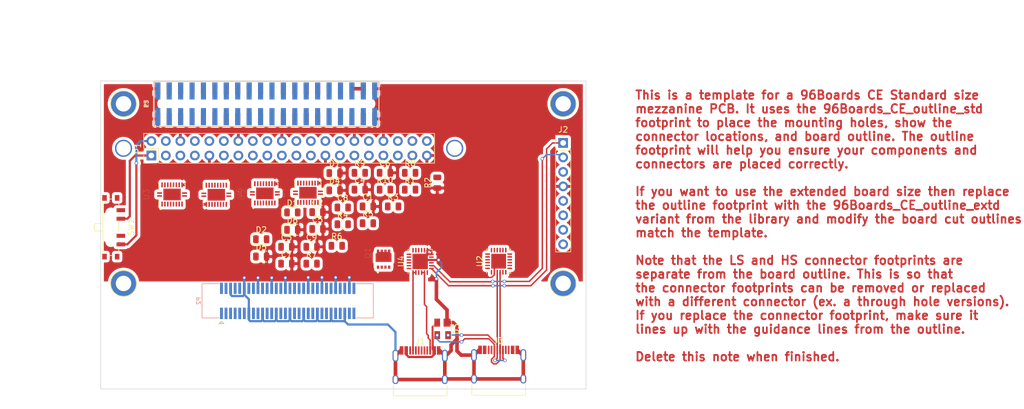
<source format=kicad_pcb>
(kicad_pcb (version 20171130) (host pcbnew 5.1.6-c6e7f7d~87~ubuntu20.04.1)
  (title_block (title "96Boards Mezzanine Project Template") (date 2015-08-08) (rev A) (company "Linaro Ltd"))
  (layers (0 F.Cu signal) (31 B.Cu signal) (34 B.Paste user) (35 F.Paste user) (36 B.SilkS user) (37 F.SilkS user) (38 B.Mask user) (39 F.Mask user) (44 Edge.Cuts user))
  (net 0 "")
  (net 1 +1V8)
  (net 2 GND)
  (net 3 +5V)
  (net 4 I2C0_SCL)
  (net 5 I2C0_SDA)
  (net 6 I2C1_SCL)
  (net 7 I2C1_SDA)
  (net 8 PWR_BTN_N)
  (net 9 RST_BTN_N)
  (net 10 SYS_DCIN)
  (net 11 GPIO_B)
  (net 12 GPIO_A)
  (net 13 SPIO_SCL)
  (net 14 SPIO_DIN)
  (net 15 SPIO_CS)
  (net 16 SPIO_DOUT)
  (net 17 PCM_FS)
  (net 18 PCM_CLK)
  (net 19 PCM_DO)
  (net 20 PCM_DI)
  (net 21 GPIO_D)
  (net 22 GPIO_F)
  (net 23 GPIO_H)
  (net 24 GPIO_J)
  (net 25 GPIO_L)
  (net 26 UART1_TX)
  (net 27 UART1_RX)
  (net 28 GPIO_C)
  (net 29 GPIO_E)
  (net 30 GPIO_G)
  (net 31 GPIO_I)
  (net 32 GPIO_K)
  (net 33 UART0_CTS)
  (net 34 UART0_TX)
  (net 35 UART0_RX)
  (net 36 UART0_RTS)
  (net 37 DSI_D0+)
  (net 38 CSI0_D3-)
  (net 39 DSI_D0-)
  (net 40 CSI0_D3+)
  (net 41 DSI_CLK-)
  (net 42 CSI0_D2-)
  (net 43 DSI_CLK+)
  (net 44 CSI0_D2+)
  (net 45 CLK1/CSI1_MCLK)
  (net 46 CSI0_D1-)
  (net 47 CLK0/CSI0_MCLK)
  (net 48 CSI0_D1+)
  (net 49 SD_CMD/SPI1_DIN)
  (net 50 CSI0_D0-)
  (net 51 SD_SCLK/SPI1_SCLK)
  (net 52 SD_DAT3/SPI1_CS)
  (net 53 CSI0_D0+)
  (net 54 SD_DAT2)
  (net 55 SD_DAT1)
  (net 56 CSI0_C-)
  (net 57 CSI0_C+)
  (net 58 SD_DAT0/SPI1_DOUT)
  (net 59 DSI_D3-)
  (net 60 HSIC_DATA)
  (net 61 I2C3_SCL)
  (net 62 CSI1_D1-)
  (net 63 CSI1_C-)
  (net 64 DSI_D3+)
  (net 65 I2C3_SDA)
  (net 66 DSI_D1-)
  (net 67 USB_D-)
  (net 68 DSI_D2-)
  (net 69 USB_D+)
  (net 70 DSI_D1+)
  (net 71 CSI1_D1+)
  (net 72 CSI1_D0+)
  (net 73 I2C2_SCL)
  (net 74 DSI_D2+)
  (net 75 CSI1_D0-)
  (net 76 I2C2_SDA)
  (net 77 CSI1_C+)
  (net 78 HSIC_STR)
  (net 79 D+)
  (net 80 D-)
  (net 81 VBUS)
  (net 82 "Net-(U2-Pad24)")
  (net 83 "Net-(U2-Pad23)")
  (net 84 "Net-(U2-Pad22)")
  (net 85 UART0_RX_O)
  (net 86 UART0_TX_O)
  (net 87 UART0_CTS_O)
  (net 88 UART0_RTS_O)
  (net 89 "Net-(U2-Pad17)")
  (net 90 "Net-(U2-Pad16)")
  (net 91 "Net-(U2-Pad15)")
  (net 92 "Net-(D1-Pad1)")
  (net 93 "Net-(D2-Pad1)")
  (net 94 "Net-(U2-Pad12)")
  (net 95 "Net-(U2-Pad11)")
  (net 96 "Net-(U2-Pad10)")
  (net 97 "Net-(R3-Pad2)")
  (net 98 "Net-(R1-Pad2)")
  (net 99 +3V3)
  (net 100 "Net-(U2-Pad1)")
  (net 101 VCCB)
  (net 102 "Net-(J1-PadB8)")
  (net 103 "Net-(J1-PadA8)")
  (net 104 CC1)
  (net 105 CC2)
  (net 106 "Net-(U4-Pad20)")
  (net 107 "Net-(U4-Pad19)")
  (net 108 "Net-(R6-Pad1)")
  (net 109 "Net-(U4-Pad17)")
  (net 110 "Net-(U4-Pad15)")
  (net 111 "Net-(U4-Pad14)")
  (net 112 "Net-(U4-Pad11)")
  (net 113 "Net-(U4-Pad6)")
  (net 114 "Net-(U4-Pad3)")
  (net 115 "Net-(P2-Pad60)")
  (net 116 PCM_DO_RPI)
  (net 117 PCM_DI_RPI)
  (net 118 GPIO_K_RPI)
  (net 119 "Net-(P1-Pad36)")
  (net 120 PCM_FS_RPI)
  (net 121 GPIO_L_RPI)
  (net 122 GPIO_B_RPI)
  (net 123 GPIO_J_RPI)
  (net 124 GPIO_I_RPI)
  (net 125 I2C1_SCL_RPI)
  (net 126 I2C1_SDA_RPI)
  (net 127 GPIO_H_RPI)
  (net 128 SPIO_CS_RPI)
  (net 129 SPIO_SCL_RPI)
  (net 130 GPIO_G_RPI)
  (net 131 SPIO_DIN_RPI)
  (net 132 SPIO_DOUT_RPI)
  (net 133 GPIO_F_RPI)
  (net 134 GPIO_E_RPI)
  (net 135 GPIO_D_RPI)
  (net 136 GPIO_C_RPI)
  (net 137 PCM_CLK_RPI)
  (net 138 "Net-(P1-Pad11)")
  (net 139 UART1_RX_RPI)
  (net 140 UART1_TX_RPI)
  (net 141 GPIO_A_RPI)
  (net 142 I2C0_SCL_RPI)
  (net 143 I2C0_SDA_RPI)
  (net 144 "Net-(J3-PadB8)")
  (net 145 "Net-(J3-PadA5)")
  (net 146 "Net-(J3-PadA8)")
  (net 147 "Net-(J3-PadB5)")
  (net 148 "Net-(J1-PadB7)")
  (net 149 "Net-(J1-PadA7)")
  (net 150 "Net-(J1-PadB6)")
  (net 151 "Net-(J1-PadA6)")
  (net 152 +2V8)
  (net 153 "Net-(C7-Pad1)")
  (net 154 VBUS_PWR)
  (net 155 "Net-(C8-Pad2)")
  (net 156 "Net-(D1-Pad2)")
  (net 157 "Net-(D2-Pad2)")
  (net 158 "Net-(Q1-Pad4)")
  (net 159 "Net-(R8-Pad2)")
  (net 160 "Net-(R9-Pad2)")
  (net 161 "Net-(U7-Pad13)")
  (net 162 "Net-(U7-Pad12)")
  (net 163 "Net-(U7-Pad8)")
  (net 164 "Net-(U7-Pad9)")
  (module LevelShifter:QFN50P450X350X100-21N (layer F.Cu) (at 136.3 119.6 90)
    (fp_text reference U7 (at 0.015 -4.5 90) (layer F.SilkS) (effects (font (thickness 0.015))))
    (fp_text value TXS0108EPW)
    (pad 21 smd rect (at 0 0 90) (size 2.05 3.05) (layers F.Cu F.Mask))
    (pad 18 smd rect (at 1.685 -1.75 90) (size 0.86 0.26) (layers F.Cu F.Paste F.Mask) (net 122 GPIO_B_RPI))
    (pad 17 smd rect (at 1.685 -1.25 90) (size 0.86 0.26) (layers F.Cu F.Paste F.Mask) (net 86 UART0_TX_O))
    (pad 16 smd rect (at 1.685 -0.75 90) (size 0.86 0.26) (layers F.Cu F.Paste F.Mask) (net 85 UART0_RX_O))
    (pad 15 smd rect (at 1.685 -0.25 90) (size 0.86 0.26) (layers F.Cu F.Paste F.Mask) (net 87 UART0_CTS_O))
    (pad 14 smd rect (at 1.685 0.25 90) (size 0.86 0.26) (layers F.Cu F.Paste F.Mask) (net 88 UART0_RTS_O))
    (pad 13 smd rect (at 1.685 0.75 90) (size 0.86 0.26) (layers F.Cu F.Paste F.Mask) (net 161 "Net-(U7-Pad13)"))
    (pad 12 smd rect (at 1.685 1.25 90) (size 0.86 0.26) (layers F.Cu F.Paste F.Mask) (net 162 "Net-(U7-Pad12)"))
    (pad 11 smd rect (at 1.685 1.75 90) (size 0.86 0.26) (layers F.Cu F.Paste F.Mask) (net 2 GND))
    (pad 8 smd rect (at -1.685 1.75 90) (size 0.86 0.26) (layers F.Cu F.Paste F.Mask) (net 163 "Net-(U7-Pad8)"))
    (pad 7 smd rect (at -1.685 1.25 90) (size 0.86 0.26) (layers F.Cu F.Paste F.Mask) (net 36 UART0_RTS))
    (pad 6 smd rect (at -1.685 0.75 90) (size 0.86 0.26) (layers F.Cu F.Paste F.Mask) (net 33 UART0_CTS))
    (pad 5 smd rect (at -1.685 0.25 90) (size 0.86 0.26) (layers F.Cu F.Paste F.Mask) (net 35 UART0_RX))
    (pad 4 smd rect (at -1.685 -0.25 90) (size 0.86 0.26) (layers F.Cu F.Paste F.Mask) (net 34 UART0_TX))
    (pad 3 smd rect (at -1.685 -0.75 90) (size 0.86 0.26) (layers F.Cu F.Paste F.Mask) (net 11 GPIO_B))
    (pad 2 smd rect (at -1.685 -1.25 90) (size 0.86 0.26) (layers F.Cu F.Paste F.Mask) (net 1 +1V8))
    (pad 1 smd rect (at -1.685 -1.75 90) (size 0.86 0.26) (layers F.Cu F.Paste F.Mask) (net 15 SPIO_CS))
    (pad 20 smd rect (at -0.25 -2.185 90) (size 0.26 0.86) (layers F.Cu F.Paste F.Mask) (net 128 SPIO_CS_RPI))
    (pad 19 smd rect (at 0.25 -2.185 90) (size 0.26 0.86) (layers F.Cu F.Paste F.Mask) (net 101 VCCB))
    (pad 10 smd rect (at 0.25 2.185 90) (size 0.26 0.86) (layers F.Cu F.Paste F.Mask) (net 1 +1V8))
    (pad 9 smd rect (at -0.25 2.185 90) (size 0.26 0.86) (layers F.Cu F.Paste F.Mask) (net 164 "Net-(U7-Pad9)"))
  )
  (module LevelShifter:QFN50P450X350X100-21N (layer F.Cu) (at 128.75 119.7 90)
    (fp_text reference U6 (at 0.015 -4.5 90) (layer F.SilkS) (effects (font (thickness 0.015))))
    (fp_text value TXS0108EPW)
    (pad 21 smd rect (at 0 0 90) (size 2.05 3.05) (layers F.Cu F.Mask))
    (pad 18 smd rect (at 1.685 -1.75 90) (size 0.86 0.26) (layers F.Cu F.Paste F.Mask) (net 130 GPIO_G_RPI))
    (pad 17 smd rect (at 1.685 -1.25 90) (size 0.86 0.26) (layers F.Cu F.Paste F.Mask) (net 124 GPIO_I_RPI))
    (pad 16 smd rect (at 1.685 -0.75 90) (size 0.86 0.26) (layers F.Cu F.Paste F.Mask) (net 118 GPIO_K_RPI))
    (pad 15 smd rect (at 1.685 -0.25 90) (size 0.86 0.26) (layers F.Cu F.Paste F.Mask) (net 127 GPIO_H_RPI))
    (pad 14 smd rect (at 1.685 0.25 90) (size 0.86 0.26) (layers F.Cu F.Paste F.Mask) (net 133 GPIO_F_RPI))
    (pad 13 smd rect (at 1.685 0.75 90) (size 0.86 0.26) (layers F.Cu F.Paste F.Mask) (net 140 UART1_TX_RPI))
    (pad 12 smd rect (at 1.685 1.25 90) (size 0.86 0.26) (layers F.Cu F.Paste F.Mask) (net 139 UART1_RX_RPI))
    (pad 11 smd rect (at 1.685 1.75 90) (size 0.86 0.26) (layers F.Cu F.Paste F.Mask) (net 2 GND))
    (pad 8 smd rect (at -1.685 1.75 90) (size 0.86 0.26) (layers F.Cu F.Paste F.Mask) (net 26 UART1_TX))
    (pad 7 smd rect (at -1.685 1.25 90) (size 0.86 0.26) (layers F.Cu F.Paste F.Mask) (net 22 GPIO_F))
    (pad 6 smd rect (at -1.685 0.75 90) (size 0.86 0.26) (layers F.Cu F.Paste F.Mask) (net 23 GPIO_H))
    (pad 5 smd rect (at -1.685 0.25 90) (size 0.86 0.26) (layers F.Cu F.Paste F.Mask) (net 32 GPIO_K))
    (pad 4 smd rect (at -1.685 -0.25 90) (size 0.86 0.26) (layers F.Cu F.Paste F.Mask) (net 31 GPIO_I))
    (pad 3 smd rect (at -1.685 -0.75 90) (size 0.86 0.26) (layers F.Cu F.Paste F.Mask) (net 30 GPIO_G))
    (pad 2 smd rect (at -1.685 -1.25 90) (size 0.86 0.26) (layers F.Cu F.Paste F.Mask) (net 1 +1V8))
    (pad 1 smd rect (at -1.685 -1.75 90) (size 0.86 0.26) (layers F.Cu F.Paste F.Mask) (net 29 GPIO_E))
    (pad 20 smd rect (at -0.25 -2.185 90) (size 0.26 0.86) (layers F.Cu F.Paste F.Mask) (net 134 GPIO_E_RPI))
    (pad 19 smd rect (at 0.25 -2.185 90) (size 0.26 0.86) (layers F.Cu F.Paste F.Mask) (net 101 VCCB))
    (pad 10 smd rect (at 0.25 2.185 90) (size 0.26 0.86) (layers F.Cu F.Paste F.Mask) (net 1 +1V8))
    (pad 9 smd rect (at -0.25 2.185 90) (size 0.26 0.86) (layers F.Cu F.Paste F.Mask) (net 27 UART1_RX))
  )
  (module Button_Switch_SMD:SW_SP3T_PCM13 (layer F.Cu) (at 102.1 125.65 270)
    (fp_text reference SW1 (at 0 -3.2 90) (layer F.SilkS))
    (fp_text value SW_SP3T)
    (pad "" smd rect (at -5.15 -0.78 270) (size 1 0.8) (layers F.Cu F.Paste F.Mask))
    (pad "" smd rect (at 5.15 -0.78 270) (size 1 0.8) (layers F.Cu F.Paste F.Mask))
    (pad "" smd rect (at 5.15 1.43 270) (size 1 0.8) (layers F.Cu F.Paste F.Mask))
    (pad "" smd rect (at -5.15 1.43 270) (size 1 0.8) (layers F.Cu F.Paste F.Mask))
    (pad 4 smd rect (at 3 -1.43 270) (size 0.7 1.5) (layers F.Cu F.Paste F.Mask) (net 3 +5V))
    (pad 3 smd rect (at 1.5 -1.43 270) (size 0.7 1.5) (layers F.Cu F.Paste F.Mask) (net 101 VCCB))
    (pad 2 smd rect (at -1.5 -1.43 270) (size 0.7 1.5) (layers F.Cu F.Paste F.Mask) (net 99 +3V3))
    (pad 1 smd rect (at -3 -1.43 270) (size 0.7 1.5) (layers F.Cu F.Paste F.Mask) (net 1 +1V8))
    (pad "" np_thru_hole circle (at 2.5 0.33 270) (size 0.9 0.9) (drill 0.9) (layers *.Cu *.Mask))
    (pad "" np_thru_hole circle (at -2.5 0.33 270) (size 0.9 0.9) (drill 0.9) (layers *.Cu *.Mask))
  )
  (module Resistor_SMD:R_0805_2012Metric (layer F.Cu) (at 149.79 119.05)
    (fp_text reference R10 (at 0 -1.65) (layer F.SilkS))
    (fp_text value 100)
    (pad 2 smd roundrect (at 0.9375 0) (size 0.975 1.4) (layers F.Cu F.Paste F.Mask) (net 158 "Net-(Q1-Pad4)"))
    (pad 1 smd roundrect (at -0.9375 0) (size 0.975 1.4) (layers F.Cu F.Paste F.Mask) (net 155 "Net-(C8-Pad2)"))
  )
  (module Resistor_SMD:R_0805_2012Metric (layer F.Cu) (at 145.38 116.1)
    (fp_text reference R9 (at 0 -1.65) (layer F.SilkS))
    (fp_text value 1K)
    (pad 2 smd roundrect (at 0.9375 0) (size 0.975 1.4) (layers F.Cu F.Paste F.Mask) (net 160 "Net-(R9-Pad2)"))
    (pad 1 smd roundrect (at -0.9375 0) (size 0.975 1.4) (layers F.Cu F.Paste F.Mask) (net 10 SYS_DCIN))
  )
  (module Resistor_SMD:R_0805_2012Metric (layer F.Cu) (at 154.2 116.1)
    (fp_text reference R8 (at 0 -1.65) (layer F.SilkS))
    (fp_text value 22K)
    (pad 2 smd roundrect (at 0.9375 0) (size 0.975 1.4) (layers F.Cu F.Paste F.Mask) (net 159 "Net-(R8-Pad2)"))
    (pad 1 smd roundrect (at -0.9375 0) (size 0.975 1.4) (layers F.Cu F.Paste F.Mask) (net 158 "Net-(Q1-Pad4)"))
  )
  (module Resistor_SMD:R_0805_2012Metric (layer F.Cu) (at 136.94 132.03)
    (fp_text reference R7 (at 0 -1.65) (layer F.SilkS))
    (fp_text value 100K)
    (pad 2 smd roundrect (at 0.9375 0) (size 0.975 1.4) (layers F.Cu F.Paste F.Mask) (net 158 "Net-(Q1-Pad4)"))
    (pad 1 smd roundrect (at -0.9375 0) (size 0.975 1.4) (layers F.Cu F.Paste F.Mask) (net 154 VBUS_PWR))
  )
  (module Resistor_SMD:R_0805_2012Metric (layer F.Cu) (at 141.35 128.9)
    (fp_text reference R6 (at 0 -1.65) (layer F.SilkS))
    (fp_text value 1K)
    (pad 2 smd roundrect (at 0.9375 0) (size 0.975 1.4) (layers F.Cu F.Paste F.Mask) (net 154 VBUS_PWR))
    (pad 1 smd roundrect (at -0.9375 0) (size 0.975 1.4) (layers F.Cu F.Paste F.Mask) (net 108 "Net-(R6-Pad1)"))
  )
  (module Resistor_SMD:R_0805_2012Metric (layer F.Cu) (at 146.8 124.95)
    (fp_text reference R5 (at 0 -1.65) (layer F.SilkS))
    (fp_text value 75R)
    (pad 2 smd roundrect (at 0.9375 0) (size 0.975 1.4) (layers F.Cu F.Paste F.Mask) (net 156 "Net-(D1-Pad2)"))
    (pad 1 smd roundrect (at -0.9375 0) (size 0.975 1.4) (layers F.Cu F.Paste F.Mask) (net 99 +3V3))
  )
  (module Resistor_SMD:R_0805_2012Metric (layer F.Cu) (at 142.39 125.13)
    (fp_text reference R4 (at 0 -1.65) (layer F.SilkS))
    (fp_text value 75R)
    (pad 2 smd roundrect (at 0.9375 0) (size 0.975 1.4) (layers F.Cu F.Paste F.Mask) (net 157 "Net-(D2-Pad2)"))
    (pad 1 smd roundrect (at -0.9375 0) (size 0.975 1.4) (layers F.Cu F.Paste F.Mask) (net 99 +3V3))
  )
  (module Resistor_SMD:R_0805_2012Metric (layer F.Cu) (at 151.21 122)
    (fp_text reference R3 (at 0 -1.65) (layer F.SilkS))
    (fp_text value 1K)
    (pad 2 smd roundrect (at 0.9375 0) (size 0.975 1.4) (layers F.Cu F.Paste F.Mask) (net 97 "Net-(R3-Pad2)"))
    (pad 1 smd roundrect (at -0.9375 0) (size 0.975 1.4) (layers F.Cu F.Paste F.Mask) (net 99 +3V3))
  )
  (module Resistor_SMD:R_0805_2012Metric (layer F.Cu) (at 158.95 117.8375 90)
    (fp_text reference R2 (at 0 -1.65 90) (layer F.SilkS))
    (fp_text value 47.5K)
    (pad 1 smd roundrect (at -0.9375 0 90) (size 0.975 1.4) (layers F.Cu F.Paste F.Mask) (net 2 GND))
    (pad 2 smd roundrect (at 0.9375 0 90) (size 0.975 1.4) (layers F.Cu F.Paste F.Mask) (net 98 "Net-(R1-Pad2)"))
  )
  (module Resistor_SMD:R_0805_2012Metric (layer F.Cu) (at 154.2 119.05)
    (fp_text reference R1 (at 0 -1.65) (layer F.SilkS))
    (fp_text value 22.1K)
    (pad 2 smd roundrect (at 0.9375 0) (size 0.975 1.4) (layers F.Cu F.Paste F.Mask) (net 98 "Net-(R1-Pad2)"))
    (pad 1 smd roundrect (at -0.9375 0) (size 0.975 1.4) (layers F.Cu F.Paste F.Mask) (net 81 VBUS))
  )
  (module snapeda:TRANS_STL6P3LLH6 (layer F.Cu) (at 149.55 131.25 90)
    (fp_text reference Q1 (at 1.085 -2.755 90) (layer F.SilkS) (effects (font (thickness 0.015))))
    (fp_text value STL6P3LLH6)
    (fp_poly (pts (xy -0.455 -1.375) (xy -0.455 1.375) (xy 1.015 1.375) (xy 1.015 1.175) (xy 1.675 1.175) (xy 1.675 0.775) (xy 1.265 0.775) (xy 1.265 0.525) (xy 1.675 0.525) (xy 1.675 0.125) (xy 1.265 0.125) (xy 1.265 -0.125) (xy 1.675 -0.125) (xy 1.675 -0.525) (xy 1.265 -0.525) (xy 1.265 -0.775) (xy 1.675 -0.775) (xy 1.675 -1.175) (xy 1.015 -1.175) (xy 1.015 -1.375)) (layer F.Cu) (width 0.01))
    (pad 5_6_7_8 smd rect (at 0.28 0 90) (size 1.47 2.75) (layers F.Cu F.Mask) (net 10 SYS_DCIN))
    (pad 4 smd rect (at -1.4 0.975 90) (size 0.55 0.4) (layers F.Cu F.Paste F.Mask) (net 158 "Net-(Q1-Pad4)"))
    (pad 1 smd rect (at -1.4 -0.975 90) (size 0.55 0.4) (layers F.Cu F.Paste F.Mask) (net 154 VBUS_PWR))
    (pad 3 smd rect (at -1.4 0.325 90) (size 0.55 0.4) (layers F.Cu F.Paste F.Mask) (net 154 VBUS_PWR))
    (pad 2 smd rect (at -1.4 -0.325 90) (size 0.55 0.4) (layers F.Cu F.Paste F.Mask) (net 154 VBUS_PWR))
  )
  (module Diode_SMD:D_0805_2012Metric (layer F.Cu) (at 140.97 116.145)
    (fp_text reference D7 (at 0 -1.65) (layer F.SilkS))
    (fp_text value D_Schottky)
    (pad 2 smd roundrect (at 0.9375 0) (size 0.975 1.4) (layers F.Cu F.Paste F.Mask) (net 2 GND))
    (pad 1 smd roundrect (at -0.9375 0) (size 0.975 1.4) (layers F.Cu F.Paste F.Mask) (net 104 CC1))
  )
  (module Diode_SMD:D_0805_2012Metric (layer F.Cu) (at 133.57 126.085)
    (fp_text reference D6 (at 0 -1.65) (layer F.SilkS))
    (fp_text value D_Schottky)
    (pad 2 smd roundrect (at 0.9375 0) (size 0.975 1.4) (layers F.Cu F.Paste F.Mask) (net 2 GND))
    (pad 1 smd roundrect (at -0.9375 0) (size 0.975 1.4) (layers F.Cu F.Paste F.Mask) (net 154 VBUS_PWR))
  )
  (module Diode_SMD:D_0805_2012Metric (layer F.Cu) (at 128.12 130.785)
    (fp_text reference D5 (at 0 -1.65) (layer F.SilkS))
    (fp_text value D_Schottky)
    (pad 2 smd roundrect (at 0.9375 0) (size 0.975 1.4) (layers F.Cu F.Paste F.Mask) (net 2 GND))
    (pad 1 smd roundrect (at -0.9375 0) (size 0.975 1.4) (layers F.Cu F.Paste F.Mask) (net 105 CC2))
  )
  (module Diode_SMD:D_0805_2012Metric (layer F.Cu) (at 140.97 119.185)
    (fp_text reference D4 (at 0 -1.65) (layer F.SilkS))
    (fp_text value D_Schottky)
    (pad 2 smd roundrect (at 0.9375 0) (size 0.975 1.4) (layers F.Cu F.Paste F.Mask) (net 2 GND))
    (pad 1 smd roundrect (at -0.9375 0) (size 0.975 1.4) (layers F.Cu F.Paste F.Mask) (net 10 SYS_DCIN))
  )
  (module LED_SMD:LED_0805_2012Metric (layer F.Cu) (at 128.12 127.745)
    (fp_text reference D2 (at 0 -1.65) (layer F.SilkS))
    (fp_text value LED)
    (pad 2 smd roundrect (at 0.9375 0) (size 0.975 1.4) (layers F.Cu F.Paste F.Mask) (net 157 "Net-(D2-Pad2)"))
    (pad 1 smd roundrect (at -0.9375 0) (size 0.975 1.4) (layers F.Cu F.Paste F.Mask) (net 93 "Net-(D2-Pad1)"))
  )
  (module LED_SMD:LED_0805_2012Metric (layer F.Cu) (at 133.57 123.045)
    (fp_text reference D1 (at 0 -1.65) (layer F.SilkS))
    (fp_text value LED)
    (pad 2 smd roundrect (at 0.9375 0) (size 0.975 1.4) (layers F.Cu F.Paste F.Mask) (net 156 "Net-(D1-Pad2)"))
    (pad 1 smd roundrect (at -0.9375 0) (size 0.975 1.4) (layers F.Cu F.Paste F.Mask) (net 92 "Net-(D1-Pad1)"))
  )
  (module Capacitor_SMD:C_0805_2012Metric (layer F.Cu) (at 136.94 129.08)
    (fp_text reference C9 (at 0 -1.65) (layer F.SilkS))
    (fp_text value C_Small)
    (pad 2 smd roundrect (at 0.9375 0) (size 0.975 1.4) (layers F.Cu F.Paste F.Mask) (net 2 GND))
    (pad 1 smd roundrect (at -0.9375 0) (size 0.975 1.4) (layers F.Cu F.Paste F.Mask) (net 154 VBUS_PWR))
  )
  (module Capacitor_SMD:C_0805_2012Metric (layer F.Cu) (at 142.39 122.18)
    (fp_text reference C8 (at 0 -1.65) (layer F.SilkS))
    (fp_text value C_Small)
    (pad 2 smd roundrect (at 0.9375 0) (size 0.975 1.4) (layers F.Cu F.Paste F.Mask) (net 155 "Net-(C8-Pad2)"))
    (pad 1 smd roundrect (at -0.9375 0) (size 0.975 1.4) (layers F.Cu F.Paste F.Mask) (net 10 SYS_DCIN))
  )
  (module Capacitor_SMD:C_0805_2012Metric (layer F.Cu) (at 132.53 132.03)
    (fp_text reference C7 (at 0 -1.65) (layer F.SilkS))
    (fp_text value 1uF)
    (pad 2 smd roundrect (at 0.9375 0) (size 0.975 1.4) (layers F.Cu F.Paste F.Mask) (net 2 GND))
    (pad 1 smd roundrect (at -0.9375 0) (size 0.975 1.4) (layers F.Cu F.Paste F.Mask) (net 153 "Net-(C7-Pad1)"))
  )
  (module Capacitor_SMD:C_0805_2012Metric (layer F.Cu) (at 149.79 116.1)
    (fp_text reference C6 (at 0 -1.65) (layer F.SilkS))
    (fp_text value 1uF)
    (pad 2 smd roundrect (at 0.9375 0) (size 0.975 1.4) (layers F.Cu F.Paste F.Mask) (net 2 GND))
    (pad 1 smd roundrect (at -0.9375 0) (size 0.975 1.4) (layers F.Cu F.Paste F.Mask) (net 152 +2V8))
  )
  (module Capacitor_SMD:C_0805_2012Metric (layer F.Cu) (at 137.98 125.95)
    (fp_text reference C5 (at 0 -1.65) (layer F.SilkS))
    (fp_text value 1uF)
    (pad 2 smd roundrect (at 0.9375 0) (size 0.975 1.4) (layers F.Cu F.Paste F.Mask) (net 2 GND))
    (pad 1 smd roundrect (at -0.9375 0) (size 0.975 1.4) (layers F.Cu F.Paste F.Mask) (net 154 VBUS_PWR))
  )
  (module Capacitor_SMD:C_0805_2012Metric (layer F.Cu) (at 145.38 119.05)
    (fp_text reference C4 (at 0 -1.65) (layer F.SilkS))
    (fp_text value 0.1uF)
    (pad 2 smd roundrect (at 0.9375 0) (size 0.975 1.4) (layers F.Cu F.Paste F.Mask) (net 2 GND))
    (pad 1 smd roundrect (at -0.9375 0) (size 0.975 1.4) (layers F.Cu F.Paste F.Mask) (net 99 +3V3))
  )
  (module Capacitor_SMD:C_0805_2012Metric (layer F.Cu) (at 132.53 129.08)
    (fp_text reference C3 (at 0 -1.65) (layer F.SilkS))
    (fp_text value 4.7uF)
    (pad 2 smd roundrect (at 0.9375 0) (size 0.975 1.4) (layers F.Cu F.Paste F.Mask) (net 2 GND))
    (pad 1 smd roundrect (at -0.9375 0) (size 0.975 1.4) (layers F.Cu F.Paste F.Mask) (net 99 +3V3))
  )
  (module Capacitor_SMD:C_0805_2012Metric (layer F.Cu) (at 137.98 123)
    (fp_text reference C2 (at 0 -1.65) (layer F.SilkS))
    (fp_text value 0.1uF)
    (pad 2 smd roundrect (at 0.9375 0) (size 0.975 1.4) (layers F.Cu F.Paste F.Mask) (net 2 GND))
    (pad 1 smd roundrect (at -0.9375 0) (size 0.975 1.4) (layers F.Cu F.Paste F.Mask) (net 81 VBUS))
  )
  (module Capacitor_SMD:C_0805_2012Metric (layer F.Cu) (at 146.8 122)
    (fp_text reference C1 (at 0 -1.65) (layer F.SilkS))
    (fp_text value 4.7uF)
    (pad 2 smd roundrect (at 0.9375 0) (size 0.975 1.4) (layers F.Cu F.Paste F.Mask) (net 2 GND))
    (pad 1 smd roundrect (at -0.9375 0) (size 0.975 1.4) (layers F.Cu F.Paste F.Mask) (net 81 VBUS))
  )
  (module Connector_PinHeader_2.54mm:PinHeader_1x08_P2.54mm_Vertical (layer F.Cu) (at 181 119.75)
    (fp_text reference J2 (at 0 -11.22) (layer F.SilkS))
    (fp_text value Conn_01x08_Female)
    (pad 8 thru_hole oval (at 0 8.89) (size 1.7 1.7) (drill 1) (layers *.Cu *.Mask) (net 118 GPIO_K_RPI))
    (pad 7 thru_hole oval (at 0 6.35) (size 1.7 1.7) (drill 1) (layers *.Cu *.Mask) (net 121 GPIO_L_RPI))
    (pad 6 thru_hole oval (at 0 3.81) (size 1.7 1.7) (drill 1) (layers *.Cu *.Mask) (net 123 GPIO_J_RPI))
    (pad 5 thru_hole oval (at 0 1.27) (size 1.7 1.7) (drill 1) (layers *.Cu *.Mask) (net 124 GPIO_I_RPI))
    (pad 4 thru_hole oval (at 0 -1.27) (size 1.7 1.7) (drill 1) (layers *.Cu *.Mask) (net 2 GND))
    (pad 3 thru_hole oval (at 0 -3.81) (size 1.7 1.7) (drill 1) (layers *.Cu *.Mask) (net 101 VCCB))
    (pad 2 thru_hole oval (at 0 -6.35) (size 1.7 1.7) (drill 1) (layers *.Cu *.Mask) (net 143 I2C0_SDA_RPI))
    (pad 1 thru_hole rect (at 0 -8.89) (size 1.7 1.7) (drill 1) (layers *.Cu *.Mask) (net 142 I2C0_SCL_RPI))
  )
  (module LevelShifter:QFN50P450X350X100-21N (layer F.Cu) (at 120.25 119.95 270)
    (fp_text reference U5 (at 0.015 -4.5 90) (layer F.SilkS) (effects (font (thickness 0.015))))
    (fp_text value TXS0108EPW)
    (pad 21 smd rect (at 0 0 270) (size 2.05 3.05) (layers F.Cu F.Mask))
    (pad 18 smd rect (at 1.685 -1.75 270) (size 0.86 0.26) (layers F.Cu F.Paste F.Mask) (net 125 I2C1_SCL_RPI))
    (pad 17 smd rect (at 1.685 -1.25 270) (size 0.86 0.26) (layers F.Cu F.Paste F.Mask) (net 123 GPIO_J_RPI))
    (pad 16 smd rect (at 1.685 -0.75 270) (size 0.86 0.26) (layers F.Cu F.Paste F.Mask) (net 121 GPIO_L_RPI))
    (pad 15 smd rect (at 1.685 -0.25 270) (size 0.86 0.26) (layers F.Cu F.Paste F.Mask) (net 120 PCM_FS_RPI))
    (pad 14 smd rect (at 1.685 0.25 270) (size 0.86 0.26) (layers F.Cu F.Paste F.Mask) (net 117 PCM_DI_RPI))
    (pad 13 smd rect (at 1.685 0.75 270) (size 0.86 0.26) (layers F.Cu F.Paste F.Mask) (net 116 PCM_DO_RPI))
    (pad 12 smd rect (at 1.685 1.25 270) (size 0.86 0.26) (layers F.Cu F.Paste F.Mask) (net 137 PCM_CLK_RPI))
    (pad 11 smd rect (at 1.685 1.75 270) (size 0.86 0.26) (layers F.Cu F.Paste F.Mask) (net 2 GND))
    (pad 8 smd rect (at -1.685 1.75 270) (size 0.86 0.26) (layers F.Cu F.Paste F.Mask) (net 19 PCM_DO))
    (pad 7 smd rect (at -1.685 1.25 270) (size 0.86 0.26) (layers F.Cu F.Paste F.Mask) (net 20 PCM_DI))
    (pad 6 smd rect (at -1.685 0.75 270) (size 0.86 0.26) (layers F.Cu F.Paste F.Mask) (net 17 PCM_FS))
    (pad 5 smd rect (at -1.685 0.25 270) (size 0.86 0.26) (layers F.Cu F.Paste F.Mask) (net 25 GPIO_L))
    (pad 4 smd rect (at -1.685 -0.25 270) (size 0.86 0.26) (layers F.Cu F.Paste F.Mask) (net 24 GPIO_J))
    (pad 3 smd rect (at -1.685 -0.75 270) (size 0.86 0.26) (layers F.Cu F.Paste F.Mask) (net 6 I2C1_SCL))
    (pad 2 smd rect (at -1.685 -1.25 270) (size 0.86 0.26) (layers F.Cu F.Paste F.Mask) (net 1 +1V8))
    (pad 1 smd rect (at -1.685 -1.75 270) (size 0.86 0.26) (layers F.Cu F.Paste F.Mask) (net 7 I2C1_SDA))
    (pad 20 smd rect (at -0.25 -2.185 270) (size 0.26 0.86) (layers F.Cu F.Paste F.Mask) (net 126 I2C1_SDA_RPI))
    (pad 19 smd rect (at 0.25 -2.185 270) (size 0.26 0.86) (layers F.Cu F.Paste F.Mask) (net 101 VCCB))
    (pad 10 smd rect (at 0.25 2.185 270) (size 0.26 0.86) (layers F.Cu F.Paste F.Mask) (net 1 +1V8))
    (pad 9 smd rect (at -0.25 2.185 270) (size 0.26 0.86) (layers F.Cu F.Paste F.Mask) (net 18 PCM_CLK))
  )
  (module LevelShifter:QFN50P450X350X100-21N (layer F.Cu) (at 112.5 119.9 90)
    (fp_text reference U3 (at 0.015 -4.5 90) (layer F.SilkS) (effects (font (thickness 0.015))))
    (fp_text value TXS0108EPW)
    (pad 21 smd rect (at 0 0 90) (size 2.05 3.05) (layers F.Cu F.Mask))
    (pad 18 smd rect (at 1.685 -1.75 90) (size 0.86 0.26) (layers F.Cu F.Paste F.Mask) (net 142 I2C0_SCL_RPI))
    (pad 17 smd rect (at 1.685 -1.25 90) (size 0.86 0.26) (layers F.Cu F.Paste F.Mask) (net 141 GPIO_A_RPI))
    (pad 16 smd rect (at 1.685 -0.75 90) (size 0.86 0.26) (layers F.Cu F.Paste F.Mask) (net 136 GPIO_C_RPI))
    (pad 15 smd rect (at 1.685 -0.25 90) (size 0.86 0.26) (layers F.Cu F.Paste F.Mask) (net 135 GPIO_D_RPI))
    (pad 14 smd rect (at 1.685 0.25 90) (size 0.86 0.26) (layers F.Cu F.Paste F.Mask) (net 132 SPIO_DOUT_RPI))
    (pad 13 smd rect (at 1.685 0.75 90) (size 0.86 0.26) (layers F.Cu F.Paste F.Mask) (net 131 SPIO_DIN_RPI))
    (pad 12 smd rect (at 1.685 1.25 90) (size 0.86 0.26) (layers F.Cu F.Paste F.Mask) (net 129 SPIO_SCL_RPI))
    (pad 11 smd rect (at 1.685 1.75 90) (size 0.86 0.26) (layers F.Cu F.Paste F.Mask) (net 2 GND))
    (pad 8 smd rect (at -1.685 1.75 90) (size 0.86 0.26) (layers F.Cu F.Paste F.Mask) (net 14 SPIO_DIN))
    (pad 7 smd rect (at -1.685 1.25 90) (size 0.86 0.26) (layers F.Cu F.Paste F.Mask) (net 16 SPIO_DOUT))
    (pad 6 smd rect (at -1.685 0.75 90) (size 0.86 0.26) (layers F.Cu F.Paste F.Mask) (net 21 GPIO_D))
    (pad 5 smd rect (at -1.685 0.25 90) (size 0.86 0.26) (layers F.Cu F.Paste F.Mask) (net 28 GPIO_C))
    (pad 4 smd rect (at -1.685 -0.25 90) (size 0.86 0.26) (layers F.Cu F.Paste F.Mask) (net 12 GPIO_A))
    (pad 3 smd rect (at -1.685 -0.75 90) (size 0.86 0.26) (layers F.Cu F.Paste F.Mask) (net 4 I2C0_SCL))
    (pad 2 smd rect (at -1.685 -1.25 90) (size 0.86 0.26) (layers F.Cu F.Paste F.Mask) (net 1 +1V8))
    (pad 1 smd rect (at -1.685 -1.75 90) (size 0.86 0.26) (layers F.Cu F.Paste F.Mask) (net 5 I2C0_SDA))
    (pad 20 smd rect (at -0.25 -2.185 90) (size 0.26 0.86) (layers F.Cu F.Paste F.Mask) (net 143 I2C0_SDA_RPI))
    (pad 19 smd rect (at 0.25 -2.185 90) (size 0.26 0.86) (layers F.Cu F.Paste F.Mask) (net 101 VCCB))
    (pad 10 smd rect (at 0.25 2.185 90) (size 0.26 0.86) (layers F.Cu F.Paste F.Mask) (net 1 +1V8))
    (pad 9 smd rect (at -0.25 2.185 90) (size 0.26 0.86) (layers F.Cu F.Paste F.Mask) (net 13 SPIO_SCL))
  )
  (module 96boards:96Boards_CE_outline_std (layer F.Cu) (at 100 154)
    (fp_text reference REF** hide)
    (fp_text value "96Boards CE Outline Standard" hide)
    (pad 1 thru_hole circle (at 4 -18.5) (size 4.5 4.5) (drill 2.7) (layers *.Cu *.Mask))
    (pad 1 thru_hole circle (at 81 -18.5) (size 4.5 4.5) (drill 2.7) (layers *.Cu *.Mask))
    (pad 1 thru_hole circle (at 4 -50) (size 4.5 4.5) (drill 2.7) (layers *.Cu *.Mask))
    (pad 1 thru_hole circle (at 81 -50) (size 4.5 4.5) (drill 2.7) (layers *.Cu *.Mask))
  )
  (module Package_DFN_QFN:QFN-24-1EP_4x4mm_P0.5mm_EP2.7x2.7mm (layer F.Cu) (at 155.955 131.635 90)
    (fp_text reference U4 (at 0 -3.32 90) (layer F.SilkS))
    (fp_text value STUSB4500QTR)
    (pad 25 smd rect (at 0 0 90) (size 2.7 2.7) (layers F.Cu F.Mask) (net 2 GND))
    (pad 24 smd roundrect (at -1.25 -1.9625 90) (size 0.25 0.825) (layers F.Cu F.Paste F.Mask) (net 154 VBUS_PWR))
    (pad 23 smd roundrect (at -0.75 -1.9625 90) (size 0.25 0.825) (layers F.Cu F.Paste F.Mask) (net 152 +2V8))
    (pad 22 smd roundrect (at -0.25 -1.9625 90) (size 0.25 0.825) (layers F.Cu F.Paste F.Mask) (net 99 +3V3))
    (pad 21 smd roundrect (at 0.25 -1.9625 90) (size 0.25 0.825) (layers F.Cu F.Paste F.Mask) (net 153 "Net-(C7-Pad1)"))
    (pad 20 smd roundrect (at 0.75 -1.9625 90) (size 0.25 0.825) (layers F.Cu F.Paste F.Mask) (net 106 "Net-(U4-Pad20)"))
    (pad 19 smd roundrect (at 1.25 -1.9625 90) (size 0.25 0.825) (layers F.Cu F.Paste F.Mask) (net 107 "Net-(U4-Pad19)"))
    (pad 18 smd roundrect (at 1.9625 -1.25 90) (size 0.825 0.25) (layers F.Cu F.Paste F.Mask) (net 108 "Net-(R6-Pad1)"))
    (pad 17 smd roundrect (at 1.9625 -0.75 90) (size 0.825 0.25) (layers F.Cu F.Paste F.Mask) (net 109 "Net-(U4-Pad17)"))
    (pad 16 smd roundrect (at 1.9625 -0.25 90) (size 0.825 0.25) (layers F.Cu F.Paste F.Mask) (net 159 "Net-(R8-Pad2)"))
    (pad 15 smd roundrect (at 1.9625 0.25 90) (size 0.825 0.25) (layers F.Cu F.Paste F.Mask) (net 110 "Net-(U4-Pad15)"))
    (pad 14 smd roundrect (at 1.9625 0.75 90) (size 0.825 0.25) (layers F.Cu F.Paste F.Mask) (net 111 "Net-(U4-Pad14)"))
    (pad 13 smd roundrect (at 1.9625 1.25 90) (size 0.825 0.25) (layers F.Cu F.Paste F.Mask) (net 2 GND))
    (pad 12 smd roundrect (at 1.25 1.9625 90) (size 0.25 0.825) (layers F.Cu F.Paste F.Mask) (net 2 GND))
    (pad 11 smd roundrect (at 0.75 1.9625 90) (size 0.25 0.825) (layers F.Cu F.Paste F.Mask) (net 112 "Net-(U4-Pad11)"))
    (pad 10 smd roundrect (at 0.25 1.9625 90) (size 0.25 0.825) (layers F.Cu F.Paste F.Mask) (net 2 GND))
    (pad 9 smd roundrect (at -0.25 1.9625 90) (size 0.25 0.825) (layers F.Cu F.Paste F.Mask) (net 160 "Net-(R9-Pad2)"))
    (pad 8 smd roundrect (at -0.75 1.9625 90) (size 0.25 0.825) (layers F.Cu F.Paste F.Mask) (net 143 I2C0_SDA_RPI))
    (pad 7 smd roundrect (at -1.25 1.9625 90) (size 0.25 0.825) (layers F.Cu F.Paste F.Mask) (net 142 I2C0_SCL_RPI))
    (pad 6 smd roundrect (at -1.9625 1.25 90) (size 0.825 0.25) (layers F.Cu F.Paste F.Mask) (net 113 "Net-(U4-Pad6)"))
    (pad 5 smd roundrect (at -1.9625 0.75 90) (size 0.825 0.25) (layers F.Cu F.Paste F.Mask) (net 105 CC2))
    (pad 4 smd roundrect (at -1.9625 0.25 90) (size 0.825 0.25) (layers F.Cu F.Paste F.Mask) (net 105 CC2))
    (pad 3 smd roundrect (at -1.9625 -0.25 90) (size 0.825 0.25) (layers F.Cu F.Paste F.Mask) (net 114 "Net-(U4-Pad3)"))
    (pad 2 smd roundrect (at -1.9625 -0.75 90) (size 0.825 0.25) (layers F.Cu F.Paste F.Mask) (net 104 CC1))
    (pad 1 smd roundrect (at -1.9625 -1.25 90) (size 0.825 0.25) (layers F.Cu F.Paste F.Mask) (net 104 CC1))
  )
  (module Connector_PinHeader_2.54mm:PinHeader_2x20_P2.54mm_Vertical (layer F.Cu) (at 133 111.8 90)
    (fp_text reference P1 (at 0 -26.46 90) (layer F.SilkS))
    (fp_text value CONN_02X20)
    (pad 40 thru_hole oval (at 1.27 24.13 90) (size 1.7 1.7) (drill 1) (layers *.Cu *.Mask) (net 116 PCM_DO_RPI))
    (pad 39 thru_hole oval (at -1.27 24.13 90) (size 1.7 1.7) (drill 1) (layers *.Cu *.Mask) (net 2 GND))
    (pad 38 thru_hole oval (at 1.27 21.59 90) (size 1.7 1.7) (drill 1) (layers *.Cu *.Mask) (net 117 PCM_DI_RPI))
    (pad 37 thru_hole oval (at -1.27 21.59 90) (size 1.7 1.7) (drill 1) (layers *.Cu *.Mask) (net 118 GPIO_K_RPI))
    (pad 36 thru_hole oval (at 1.27 19.05 90) (size 1.7 1.7) (drill 1) (layers *.Cu *.Mask) (net 119 "Net-(P1-Pad36)"))
    (pad 35 thru_hole oval (at -1.27 19.05 90) (size 1.7 1.7) (drill 1) (layers *.Cu *.Mask) (net 120 PCM_FS_RPI))
    (pad 34 thru_hole oval (at 1.27 16.51 90) (size 1.7 1.7) (drill 1) (layers *.Cu *.Mask) (net 2 GND))
    (pad 33 thru_hole oval (at -1.27 16.51 90) (size 1.7 1.7) (drill 1) (layers *.Cu *.Mask) (net 121 GPIO_L_RPI))
    (pad 32 thru_hole oval (at 1.27 13.97 90) (size 1.7 1.7) (drill 1) (layers *.Cu *.Mask) (net 122 GPIO_B_RPI))
    (pad 31 thru_hole oval (at -1.27 13.97 90) (size 1.7 1.7) (drill 1) (layers *.Cu *.Mask) (net 123 GPIO_J_RPI))
    (pad 30 thru_hole oval (at 1.27 11.43 90) (size 1.7 1.7) (drill 1) (layers *.Cu *.Mask) (net 2 GND))
    (pad 29 thru_hole oval (at -1.27 11.43 90) (size 1.7 1.7) (drill 1) (layers *.Cu *.Mask) (net 124 GPIO_I_RPI))
    (pad 28 thru_hole oval (at 1.27 8.89 90) (size 1.7 1.7) (drill 1) (layers *.Cu *.Mask) (net 125 I2C1_SCL_RPI))
    (pad 27 thru_hole oval (at -1.27 8.89 90) (size 1.7 1.7) (drill 1) (layers *.Cu *.Mask) (net 126 I2C1_SDA_RPI))
    (pad 26 thru_hole oval (at 1.27 6.35 90) (size 1.7 1.7) (drill 1) (layers *.Cu *.Mask) (net 127 GPIO_H_RPI))
    (pad 25 thru_hole oval (at -1.27 6.35 90) (size 1.7 1.7) (drill 1) (layers *.Cu *.Mask) (net 2 GND))
    (pad 24 thru_hole oval (at 1.27 3.81 90) (size 1.7 1.7) (drill 1) (layers *.Cu *.Mask) (net 128 SPIO_CS_RPI))
    (pad 23 thru_hole oval (at -1.27 3.81 90) (size 1.7 1.7) (drill 1) (layers *.Cu *.Mask) (net 129 SPIO_SCL_RPI))
    (pad 22 thru_hole oval (at 1.27 1.27 90) (size 1.7 1.7) (drill 1) (layers *.Cu *.Mask) (net 130 GPIO_G_RPI))
    (pad 21 thru_hole oval (at -1.27 1.27 90) (size 1.7 1.7) (drill 1) (layers *.Cu *.Mask) (net 131 SPIO_DIN_RPI))
    (pad 20 thru_hole oval (at 1.27 -1.27 90) (size 1.7 1.7) (drill 1) (layers *.Cu *.Mask) (net 2 GND))
    (pad 19 thru_hole oval (at -1.27 -1.27 90) (size 1.7 1.7) (drill 1) (layers *.Cu *.Mask) (net 132 SPIO_DOUT_RPI))
    (pad 18 thru_hole oval (at 1.27 -3.81 90) (size 1.7 1.7) (drill 1) (layers *.Cu *.Mask) (net 133 GPIO_F_RPI))
    (pad 17 thru_hole oval (at -1.27 -3.81 90) (size 1.7 1.7) (drill 1) (layers *.Cu *.Mask) (net 99 +3V3))
    (pad 16 thru_hole oval (at 1.27 -6.35 90) (size 1.7 1.7) (drill 1) (layers *.Cu *.Mask) (net 134 GPIO_E_RPI))
    (pad 15 thru_hole oval (at -1.27 -6.35 90) (size 1.7 1.7) (drill 1) (layers *.Cu *.Mask) (net 135 GPIO_D_RPI))
    (pad 14 thru_hole oval (at 1.27 -8.89 90) (size 1.7 1.7) (drill 1) (layers *.Cu *.Mask) (net 2 GND))
    (pad 13 thru_hole oval (at -1.27 -8.89 90) (size 1.7 1.7) (drill 1) (layers *.Cu *.Mask) (net 136 GPIO_C_RPI))
    (pad 12 thru_hole oval (at 1.27 -11.43 90) (size 1.7 1.7) (drill 1) (layers *.Cu *.Mask) (net 137 PCM_CLK_RPI))
    (pad 11 thru_hole oval (at -1.27 -11.43 90) (size 1.7 1.7) (drill 1) (layers *.Cu *.Mask) (net 138 "Net-(P1-Pad11)"))
    (pad 10 thru_hole oval (at 1.27 -13.97 90) (size 1.7 1.7) (drill 1) (layers *.Cu *.Mask) (net 139 UART1_RX_RPI))
    (pad 9 thru_hole oval (at -1.27 -13.97 90) (size 1.7 1.7) (drill 1) (layers *.Cu *.Mask) (net 2 GND))
    (pad 8 thru_hole oval (at 1.27 -16.51 90) (size 1.7 1.7) (drill 1) (layers *.Cu *.Mask) (net 140 UART1_TX_RPI))
    (pad 7 thru_hole oval (at -1.27 -16.51 90) (size 1.7 1.7) (drill 1) (layers *.Cu *.Mask) (net 141 GPIO_A_RPI))
    (pad 6 thru_hole oval (at 1.27 -19.05 90) (size 1.7 1.7) (drill 1) (layers *.Cu *.Mask) (net 2 GND))
    (pad 5 thru_hole oval (at -1.27 -19.05 90) (size 1.7 1.7) (drill 1) (layers *.Cu *.Mask) (net 142 I2C0_SCL_RPI))
    (pad 4 thru_hole oval (at 1.27 -21.59 90) (size 1.7 1.7) (drill 1) (layers *.Cu *.Mask) (net 3 +5V))
    (pad 3 thru_hole oval (at -1.27 -21.59 90) (size 1.7 1.7) (drill 1) (layers *.Cu *.Mask) (net 143 I2C0_SDA_RPI))
    (pad 2 thru_hole oval (at 1.27 -24.13 90) (size 1.7 1.7) (drill 1) (layers *.Cu *.Mask) (net 3 +5V))
    (pad 1 thru_hole rect (at -1.27 -24.13 90) (size 1.7 1.7) (drill 1) (layers *.Cu *.Mask) (net 99 +3V3))
  )
  (module Connector_USB:USB_C_Receptacle_HRO_TYPE-C-31-M-12 (layer F.Cu) (at 169.7 151.2)
    (fp_text reference J3 (at 0 -5.645) (layer F.SilkS))
    (fp_text value USB_C_Receptacle_USB2.0)
    (pad B1 smd rect (at 3.25 -4.045) (size 0.6 1.45) (layers F.Cu F.Paste F.Mask) (net 2 GND))
    (pad A9 smd rect (at 2.45 -4.045) (size 0.6 1.45) (layers F.Cu F.Paste F.Mask) (net 81 VBUS))
    (pad B9 smd rect (at -2.45 -4.045) (size 0.6 1.45) (layers F.Cu F.Paste F.Mask) (net 81 VBUS))
    (pad B12 smd rect (at -3.25 -4.045) (size 0.6 1.45) (layers F.Cu F.Paste F.Mask) (net 2 GND))
    (pad A1 smd rect (at -3.25 -4.045) (size 0.6 1.45) (layers F.Cu F.Paste F.Mask) (net 2 GND))
    (pad A4 smd rect (at -2.45 -4.045) (size 0.6 1.45) (layers F.Cu F.Paste F.Mask) (net 81 VBUS))
    (pad B4 smd rect (at 2.45 -4.045) (size 0.6 1.45) (layers F.Cu F.Paste F.Mask) (net 81 VBUS))
    (pad A12 smd rect (at 3.25 -4.045) (size 0.6 1.45) (layers F.Cu F.Paste F.Mask) (net 2 GND))
    (pad B8 smd rect (at -1.75 -4.045) (size 0.3 1.45) (layers F.Cu F.Paste F.Mask) (net 144 "Net-(J3-PadB8)"))
    (pad A5 smd rect (at -1.25 -4.045) (size 0.3 1.45) (layers F.Cu F.Paste F.Mask) (net 145 "Net-(J3-PadA5)"))
    (pad B7 smd rect (at -0.75 -4.045) (size 0.3 1.45) (layers F.Cu F.Paste F.Mask) (net 80 D-))
    (pad A7 smd rect (at 0.25 -4.045) (size 0.3 1.45) (layers F.Cu F.Paste F.Mask) (net 80 D-))
    (pad B6 smd rect (at 0.75 -4.045) (size 0.3 1.45) (layers F.Cu F.Paste F.Mask) (net 79 D+))
    (pad A8 smd rect (at 1.25 -4.045) (size 0.3 1.45) (layers F.Cu F.Paste F.Mask) (net 146 "Net-(J3-PadA8)"))
    (pad B5 smd rect (at 1.75 -4.045) (size 0.3 1.45) (layers F.Cu F.Paste F.Mask) (net 147 "Net-(J3-PadB5)"))
    (pad A6 smd rect (at -0.25 -4.045) (size 0.3 1.45) (layers F.Cu F.Paste F.Mask) (net 79 D+))
    (pad S1 thru_hole oval (at 4.32 -3.13) (size 1 2.1) (drill oval 0.6 1.7) (layers *.Cu *.Mask) (net 2 GND))
    (pad S1 thru_hole oval (at -4.32 -3.13) (size 1 2.1) (drill oval 0.6 1.7) (layers *.Cu *.Mask) (net 2 GND))
    (pad "" np_thru_hole circle (at -2.89 -2.6) (size 0.65 0.65) (drill 0.65) (layers *.Cu *.Mask))
    (pad S1 thru_hole oval (at -4.32 1.05) (size 1 1.6) (drill oval 0.6 1.2) (layers *.Cu *.Mask) (net 2 GND))
    (pad "" np_thru_hole circle (at 2.89 -2.6) (size 0.65 0.65) (drill 0.65) (layers *.Cu *.Mask))
    (pad S1 thru_hole oval (at 4.32 1.05) (size 1 1.6) (drill oval 0.6 1.2) (layers *.Cu *.Mask) (net 2 GND))
  )
  (module 96boards:Socket_Strip_SMD_2x20_Pitch2mm (layer F.Cu) (at 110 105 90)
    (fp_text reference P3 (at 1 -2 90) (layer F.SilkS) (effects (font (size 0.7 0.7))))
    (fp_text value CONN_02X20)
    (pad 40 smd rect (at 3.65 38) (size 0.89 2.1) (layers F.Cu F.Paste F.Mask) (net 2 GND))
    (pad 38 smd rect (at 3.65 36) (size 0.89 2.1) (layers F.Cu F.Paste F.Mask) (net 10 SYS_DCIN))
    (pad 36 smd rect (at 3.65 34) (size 0.89 2.1) (layers F.Cu F.Paste F.Mask) (net 10 SYS_DCIN))
    (pad 34 smd rect (at 3.65 32) (size 0.89 2.1) (layers F.Cu F.Paste F.Mask) (net 25 GPIO_L))
    (pad 32 smd rect (at 3.65 30) (size 0.89 2.1) (layers F.Cu F.Paste F.Mask) (net 24 GPIO_J))
    (pad 30 smd rect (at 3.65 28) (size 0.89 2.1) (layers F.Cu F.Paste F.Mask) (net 23 GPIO_H))
    (pad 28 smd rect (at 3.65 26) (size 0.89 2.1) (layers F.Cu F.Paste F.Mask) (net 22 GPIO_F))
    (pad 26 smd rect (at 3.65 24) (size 0.89 2.1) (layers F.Cu F.Paste F.Mask) (net 21 GPIO_D))
    (pad 24 smd rect (at 3.65 22) (size 0.89 2.1) (layers F.Cu F.Paste F.Mask) (net 11 GPIO_B))
    (pad 22 smd rect (at 3.65 20) (size 0.89 2.1) (layers F.Cu F.Paste F.Mask) (net 20 PCM_DI))
    (pad 20 smd rect (at 3.65 18) (size 0.89 2.1) (layers F.Cu F.Paste F.Mask) (net 19 PCM_DO))
    (pad 18 smd rect (at 3.65 16) (size 0.89 2.1) (layers F.Cu F.Paste F.Mask) (net 18 PCM_CLK))
    (pad 16 smd rect (at 3.65 14) (size 0.89 2.1) (layers F.Cu F.Paste F.Mask) (net 17 PCM_FS))
    (pad 14 smd rect (at 3.65 12) (size 0.89 2.1) (layers F.Cu F.Paste F.Mask) (net 16 SPIO_DOUT))
    (pad 12 smd rect (at 3.65 10) (size 0.89 2.1) (layers F.Cu F.Paste F.Mask) (net 15 SPIO_CS))
    (pad 10 smd rect (at 3.65 8) (size 0.89 2.1) (layers F.Cu F.Paste F.Mask) (net 14 SPIO_DIN))
    (pad 8 smd rect (at 3.65 6) (size 0.89 2.1) (layers F.Cu F.Paste F.Mask) (net 13 SPIO_SCL))
    (pad 6 smd rect (at 3.65 4) (size 0.89 2.1) (layers F.Cu F.Paste F.Mask) (net 9 RST_BTN_N))
    (pad 39 smd rect (at -1.65 38) (size 0.89 2.1) (layers F.Cu F.Paste F.Mask) (net 2 GND))
    (pad 37 smd rect (at -1.65 36) (size 0.89 2.1) (layers F.Cu F.Paste F.Mask) (net 3 +5V))
    (pad 35 smd rect (at -1.65 34) (size 0.89 2.1) (layers F.Cu F.Paste F.Mask) (net 1 +1V8))
    (pad 33 smd rect (at -1.65 32) (size 0.89 2.1) (layers F.Cu F.Paste F.Mask) (net 32 GPIO_K))
    (pad 31 smd rect (at -1.65 30) (size 0.89 2.1) (layers F.Cu F.Paste F.Mask) (net 31 GPIO_I))
    (pad 29 smd rect (at -1.65 28) (size 0.89 2.1) (layers F.Cu F.Paste F.Mask) (net 30 GPIO_G))
    (pad 27 smd rect (at -1.65 26) (size 0.89 2.1) (layers F.Cu F.Paste F.Mask) (net 29 GPIO_E))
    (pad 25 smd rect (at -1.65 24) (size 0.89 2.1) (layers F.Cu F.Paste F.Mask) (net 28 GPIO_C))
    (pad 23 smd rect (at -1.65 22) (size 0.89 2.1) (layers F.Cu F.Paste F.Mask) (net 12 GPIO_A))
    (pad 21 smd rect (at -1.65 20) (size 0.89 2.1) (layers F.Cu F.Paste F.Mask) (net 7 I2C1_SDA))
    (pad 19 smd rect (at -1.65 18) (size 0.89 2.1) (layers F.Cu F.Paste F.Mask) (net 6 I2C1_SCL))
    (pad 17 smd rect (at -1.65 16) (size 0.89 2.1) (layers F.Cu F.Paste F.Mask) (net 5 I2C0_SDA))
    (pad 15 smd rect (at -1.65 14) (size 0.89 2.1) (layers F.Cu F.Paste F.Mask) (net 4 I2C0_SCL))
    (pad 13 smd rect (at -1.65 12) (size 0.89 2.1) (layers F.Cu F.Paste F.Mask) (net 27 UART1_RX))
    (pad 11 smd rect (at -1.65 10) (size 0.89 2.1) (layers F.Cu F.Paste F.Mask) (net 26 UART1_TX))
    (pad 9 smd rect (at -1.65 8) (size 0.89 2.1) (layers F.Cu F.Paste F.Mask) (net 36 UART0_RTS))
    (pad 7 smd rect (at -1.65 6) (size 0.89 2.1) (layers F.Cu F.Paste F.Mask) (net 35 UART0_RX))
    (pad 1 smd rect (at -1.65 0) (size 0.89 2.1) (layers F.Cu F.Paste F.Mask) (net 2 GND))
    (pad 2 smd rect (at 3.65 0) (size 0.89 2.1) (layers F.Cu F.Paste F.Mask) (net 2 GND))
    (pad 4 smd rect (at 3.65 2) (size 0.89 2.1) (layers F.Cu F.Paste F.Mask) (net 8 PWR_BTN_N))
    (pad 3 smd rect (at -1.65 2) (size 0.89 2.1) (layers F.Cu F.Paste F.Mask) (net 33 UART0_CTS))
    (pad 5 smd rect (at -1.65 4) (size 0.89 2.1) (layers F.Cu F.Paste F.Mask) (net 34 UART0_TX))
  )
  (module 96boards:61083-063400LF (layer B.Cu) (at 132.75 138.55)
    (fp_text reference P2 (at -15.6 0 90) (layer B.SilkS) (effects (font (size 0.7 0.7)) (justify mirror)))
    (fp_text value CONN_02X30)
    (pad "" np_thru_hole circle (at -14.1 0) (size 0.8 0.8) (drill 0.8) (layers *.Cu *.Mask))
    (pad 27 smd rect (at -1.2 2.2) (size 0.5 2) (layers B.Cu B.Paste B.Mask) (net 37 DSI_D0+))
    (pad 28 smd rect (at -1.2 -2.2) (size 0.5 2) (layers B.Cu B.Paste B.Mask) (net 38 CSI0_D3-))
    (pad 30 smd rect (at -0.4 -2.2) (size 0.5 2) (layers B.Cu B.Paste B.Mask) (net 2 GND))
    (pad 29 smd rect (at -0.4 2.2) (size 0.5 2) (layers B.Cu B.Paste B.Mask) (net 39 DSI_D0-))
    (pad 25 smd rect (at -2 2.2) (size 0.5 2) (layers B.Cu B.Paste B.Mask) (net 2 GND))
    (pad 26 smd rect (at -2 -2.2) (size 0.5 2) (layers B.Cu B.Paste B.Mask) (net 40 CSI0_D3+))
    (pad 24 smd rect (at -2.8 -2.2) (size 0.5 2) (layers B.Cu B.Paste B.Mask) (net 2 GND))
    (pad 23 smd rect (at -2.8 2.2) (size 0.5 2) (layers B.Cu B.Paste B.Mask) (net 41 DSI_CLK-))
    (pad 22 smd rect (at -3.6 -2.2) (size 0.5 2) (layers B.Cu B.Paste B.Mask) (net 42 CSI0_D2-))
    (pad 21 smd rect (at -3.6 2.2) (size 0.5 2) (layers B.Cu B.Paste B.Mask) (net 43 DSI_CLK+))
    (pad 19 smd rect (at -4.4 2.2) (size 0.5 2) (layers B.Cu B.Paste B.Mask) (net 2 GND))
    (pad 20 smd rect (at -4.4 -2.2) (size 0.5 2) (layers B.Cu B.Paste B.Mask) (net 44 CSI0_D2+))
    (pad 17 smd rect (at -5.2 2.2) (size 0.5 2) (layers B.Cu B.Paste B.Mask) (net 45 CLK1/CSI1_MCLK))
    (pad 18 smd rect (at -5.2 -2.2) (size 0.5 2) (layers B.Cu B.Paste B.Mask) (net 2 GND))
    (pad 16 smd rect (at -6 -2.2) (size 0.5 2) (layers B.Cu B.Paste B.Mask) (net 46 CSI0_D1-))
    (pad 15 smd rect (at -6 2.2) (size 0.5 2) (layers B.Cu B.Paste B.Mask) (net 47 CLK0/CSI0_MCLK))
    (pad 14 smd rect (at -6.8 -2.2) (size 0.5 2) (layers B.Cu B.Paste B.Mask) (net 48 CSI0_D1+))
    (pad 13 smd rect (at -6.8 2.2) (size 0.5 2) (layers B.Cu B.Paste B.Mask) (net 2 GND))
    (pad 12 smd rect (at -7.6 -2.2) (size 0.5 2) (layers B.Cu B.Paste B.Mask) (net 2 GND))
    (pad 11 smd rect (at -7.6 2.2) (size 0.5 2) (layers B.Cu B.Paste B.Mask) (net 49 SD_CMD/SPI1_DIN))
    (pad 10 smd rect (at -8.4 -2.2) (size 0.5 2) (layers B.Cu B.Paste B.Mask) (net 50 CSI0_D0-))
    (pad 9 smd rect (at -8.4 2.2) (size 0.5 2) (layers B.Cu B.Paste B.Mask) (net 51 SD_SCLK/SPI1_SCLK))
    (pad 7 smd rect (at -9.2 2.2) (size 0.5 2) (layers B.Cu B.Paste B.Mask) (net 52 SD_DAT3/SPI1_CS))
    (pad 8 smd rect (at -9.2 -2.2) (size 0.5 2) (layers B.Cu B.Paste B.Mask) (net 53 CSI0_D0+))
    (pad 5 smd rect (at -10 2.2) (size 0.5 2) (layers B.Cu B.Paste B.Mask) (net 54 SD_DAT2))
    (pad 6 smd rect (at -10 -2.2) (size 0.5 2) (layers B.Cu B.Paste B.Mask) (net 2 GND))
    (pad 3 smd rect (at -10.8 2.2) (size 0.5 2) (layers B.Cu B.Paste B.Mask) (net 55 SD_DAT1))
    (pad 4 smd rect (at -10.8 -2.2) (size 0.5 2) (layers B.Cu B.Paste B.Mask) (net 56 CSI0_C-))
    (pad 2 smd rect (at -11.6 -2.2) (size 0.5 2) (layers B.Cu B.Paste B.Mask) (net 57 CSI0_C+))
    (pad 1 smd rect (at -11.6 2.2) (size 0.5 2) (layers B.Cu B.Paste B.Mask) (net 58 SD_DAT0/SPI1_DOUT))
    (pad "" np_thru_hole circle (at 14.1 0) (size 1.2 1.2) (drill 1.2) (layers *.Cu *.Mask))
    (pad 47 smd rect (at 6.8 2.2) (size 0.5 2) (layers B.Cu B.Paste B.Mask) (net 59 DSI_D3-))
    (pad 59 smd rect (at 11.6 2.2) (size 0.5 2) (layers B.Cu B.Paste B.Mask) (net 60 HSIC_DATA))
    (pad 36 smd rect (at 2 -2.2) (size 0.5 2) (layers B.Cu B.Paste B.Mask) (net 61 I2C3_SCL))
    (pad 50 smd rect (at 7.6 -2.2) (size 0.5 2) (layers B.Cu B.Paste B.Mask) (net 62 CSI1_D1-))
    (pad 56 smd rect (at 10 -2.2) (size 0.5 2) (layers B.Cu B.Paste B.Mask) (net 63 CSI1_C-))
    (pad 60 smd rect (at 11.6 -2.2) (size 0.5 2) (layers B.Cu B.Paste B.Mask) (net 115 "Net-(P2-Pad60)"))
    (pad 52 smd rect (at 8.4 -2.2) (size 0.5 2) (layers B.Cu B.Paste B.Mask) (net 2 GND))
    (pad 49 smd rect (at 7.6 2.2) (size 0.5 2) (layers B.Cu B.Paste B.Mask) (net 2 GND))
    (pad 45 smd rect (at 6 2.2) (size 0.5 2) (layers B.Cu B.Paste B.Mask) (net 64 DSI_D3+))
    (pad 46 smd rect (at 6 -2.2) (size 0.5 2) (layers B.Cu B.Paste B.Mask) (net 2 GND))
    (pad 55 smd rect (at 10 2.2) (size 0.5 2) (layers B.Cu B.Paste B.Mask) (net 2 GND))
    (pad 58 smd rect (at 10.8 -2.2) (size 0.5 2) (layers B.Cu B.Paste B.Mask) (net 2 GND))
    (pad 31 smd rect (at 0.4 2.2) (size 0.5 2) (layers B.Cu B.Paste B.Mask) (net 2 GND))
    (pad 38 smd rect (at 2.8 -2.2) (size 0.5 2) (layers B.Cu B.Paste B.Mask) (net 65 I2C3_SDA))
    (pad 35 smd rect (at 2 2.2) (size 0.5 2) (layers B.Cu B.Paste B.Mask) (net 66 DSI_D1-))
    (pad 53 smd rect (at 9.2 2.2) (size 0.5 2) (layers B.Cu B.Paste B.Mask) (net 67 USB_D-))
    (pad 37 smd rect (at 2.8 2.2) (size 0.5 2) (layers B.Cu B.Paste B.Mask) (net 2 GND))
    (pad 41 smd rect (at 4.4 2.2) (size 0.5 2) (layers B.Cu B.Paste B.Mask) (net 68 DSI_D2-))
    (pad 51 smd rect (at 8.4 2.2) (size 0.5 2) (layers B.Cu B.Paste B.Mask) (net 69 USB_D+))
    (pad 33 smd rect (at 1.2 2.2) (size 0.5 2) (layers B.Cu B.Paste B.Mask) (net 70 DSI_D1+))
    (pad 48 smd rect (at 6.8 -2.2) (size 0.5 2) (layers B.Cu B.Paste B.Mask) (net 71 CSI1_D1+))
    (pad 40 smd rect (at 3.6 -2.2) (size 0.5 2) (layers B.Cu B.Paste B.Mask) (net 2 GND))
    (pad 42 smd rect (at 4.4 -2.2) (size 0.5 2) (layers B.Cu B.Paste B.Mask) (net 72 CSI1_D0+))
    (pad 32 smd rect (at 0.4 -2.2) (size 0.5 2) (layers B.Cu B.Paste B.Mask) (net 73 I2C2_SCL))
    (pad 39 smd rect (at 3.6 2.2) (size 0.5 2) (layers B.Cu B.Paste B.Mask) (net 74 DSI_D2+))
    (pad 43 smd rect (at 5.2 2.2) (size 0.5 2) (layers B.Cu B.Paste B.Mask) (net 2 GND))
    (pad 44 smd rect (at 5.2 -2.2) (size 0.5 2) (layers B.Cu B.Paste B.Mask) (net 75 CSI1_D0-))
    (pad 34 smd rect (at 1.2 -2.2) (size 0.5 2) (layers B.Cu B.Paste B.Mask) (net 76 I2C2_SDA))
    (pad 54 smd rect (at 9.2 -2.2) (size 0.5 2) (layers B.Cu B.Paste B.Mask) (net 77 CSI1_C+))
    (pad 57 smd rect (at 10.8 2.2) (size 0.5 2) (layers B.Cu B.Paste B.Mask) (net 78 HSIC_STR))
  )
  (module 96boards:Hole_2.5MM (layer F.Cu) (at 162 111.8)
    (fp_text reference H2 hide)
    (fp_text value MountingHole hide)
    (pad 1 thru_hole circle (at 0 0) (size 3 3) (drill 2.5) (layers *.Cu *.Mask))
  )
  (module 96boards:Hole_2.5MM (layer F.Cu) (at 104 111.8)
    (fp_text reference H1 hide)
    (fp_text value MountingHole hide)
    (pad 1 thru_hole circle (at 0 0) (size 3 3) (drill 2.5) (layers *.Cu *.Mask))
  )
  (module Connector_USB:USB_C_Receptacle_HRO_TYPE-C-31-M-12 (layer F.Cu) (at 155.95 151.3)
    (fp_text reference J1 (at 0 -5.645) (layer F.SilkS))
    (fp_text value USB_C_Receptacle_USB2.0)
    (pad B1 smd rect (at 3.25 -4.045) (size 0.6 1.45) (layers F.Cu F.Paste F.Mask) (net 2 GND))
    (pad A9 smd rect (at 2.45 -4.045) (size 0.6 1.45) (layers F.Cu F.Paste F.Mask) (net 154 VBUS_PWR))
    (pad B9 smd rect (at -2.45 -4.045) (size 0.6 1.45) (layers F.Cu F.Paste F.Mask) (net 154 VBUS_PWR))
    (pad B12 smd rect (at -3.25 -4.045) (size 0.6 1.45) (layers F.Cu F.Paste F.Mask) (net 2 GND))
    (pad A1 smd rect (at -3.25 -4.045) (size 0.6 1.45) (layers F.Cu F.Paste F.Mask) (net 2 GND))
    (pad A4 smd rect (at -2.45 -4.045) (size 0.6 1.45) (layers F.Cu F.Paste F.Mask) (net 154 VBUS_PWR))
    (pad B4 smd rect (at 2.45 -4.045) (size 0.6 1.45) (layers F.Cu F.Paste F.Mask) (net 154 VBUS_PWR))
    (pad A12 smd rect (at 3.25 -4.045) (size 0.6 1.45) (layers F.Cu F.Paste F.Mask) (net 2 GND))
    (pad B8 smd rect (at -1.75 -4.045) (size 0.3 1.45) (layers F.Cu F.Paste F.Mask) (net 102 "Net-(J1-PadB8)"))
    (pad A5 smd rect (at -1.25 -4.045) (size 0.3 1.45) (layers F.Cu F.Paste F.Mask) (net 104 CC1))
    (pad B7 smd rect (at -0.75 -4.045) (size 0.3 1.45) (layers F.Cu F.Paste F.Mask) (net 148 "Net-(J1-PadB7)"))
    (pad A7 smd rect (at 0.25 -4.045) (size 0.3 1.45) (layers F.Cu F.Paste F.Mask) (net 149 "Net-(J1-PadA7)"))
    (pad B6 smd rect (at 0.75 -4.045) (size 0.3 1.45) (layers F.Cu F.Paste F.Mask) (net 150 "Net-(J1-PadB6)"))
    (pad A8 smd rect (at 1.25 -4.045) (size 0.3 1.45) (layers F.Cu F.Paste F.Mask) (net 103 "Net-(J1-PadA8)"))
    (pad B5 smd rect (at 1.75 -4.045) (size 0.3 1.45) (layers F.Cu F.Paste F.Mask) (net 105 CC2))
    (pad A6 smd rect (at -0.25 -4.045) (size 0.3 1.45) (layers F.Cu F.Paste F.Mask) (net 151 "Net-(J1-PadA6)"))
    (pad S1 thru_hole oval (at 4.32 -3.13) (size 1 2.1) (drill oval 0.6 1.7) (layers *.Cu *.Mask) (net 2 GND))
    (pad S1 thru_hole oval (at -4.32 -3.13) (size 1 2.1) (drill oval 0.6 1.7) (layers *.Cu *.Mask) (net 2 GND))
    (pad "" np_thru_hole circle (at -2.89 -2.6) (size 0.65 0.65) (drill 0.65) (layers *.Cu *.Mask))
    (pad S1 thru_hole oval (at -4.32 1.05) (size 1 1.6) (drill oval 0.6 1.2) (layers *.Cu *.Mask) (net 2 GND))
    (pad "" np_thru_hole circle (at 2.89 -2.6) (size 0.65 0.65) (drill 0.65) (layers *.Cu *.Mask))
    (pad S1 thru_hole oval (at 4.32 1.05) (size 1 1.6) (drill oval 0.6 1.2) (layers *.Cu *.Mask) (net 2 GND))
  )
  (module Package_DFN_QFN:QFN-24-1EP_4x4mm_P0.5mm_EP2.6x2.6mm (layer F.Cu) (at 169.7 131.6 90)
    (fp_text reference U2 (at 0 -3.3 90) (layer F.SilkS))
    (fp_text value CP2102N-A01-GQFN24)
    (pad 25 smd rect (at 0 0 90) (size 2.6 2.6) (layers F.Cu F.Mask) (net 2 GND))
    (pad 24 smd roundrect (at -1.25 -1.9375 90) (size 0.25 0.825) (layers F.Cu F.Paste F.Mask) (net 82 "Net-(U2-Pad24)"))
    (pad 23 smd roundrect (at -0.75 -1.9375 90) (size 0.25 0.825) (layers F.Cu F.Paste F.Mask) (net 83 "Net-(U2-Pad23)"))
    (pad 22 smd roundrect (at -0.25 -1.9375 90) (size 0.25 0.825) (layers F.Cu F.Paste F.Mask) (net 84 "Net-(U2-Pad22)"))
    (pad 21 smd roundrect (at 0.25 -1.9375 90) (size 0.25 0.825) (layers F.Cu F.Paste F.Mask) (net 85 UART0_RX_O))
    (pad 20 smd roundrect (at 0.75 -1.9375 90) (size 0.25 0.825) (layers F.Cu F.Paste F.Mask) (net 86 UART0_TX_O))
    (pad 19 smd roundrect (at 1.25 -1.9375 90) (size 0.25 0.825) (layers F.Cu F.Paste F.Mask) (net 87 UART0_CTS_O))
    (pad 18 smd roundrect (at 1.9375 -1.25 90) (size 0.825 0.25) (layers F.Cu F.Paste F.Mask) (net 88 UART0_RTS_O))
    (pad 17 smd roundrect (at 1.9375 -0.75 90) (size 0.825 0.25) (layers F.Cu F.Paste F.Mask) (net 89 "Net-(U2-Pad17)"))
    (pad 16 smd roundrect (at 1.9375 -0.25 90) (size 0.825 0.25) (layers F.Cu F.Paste F.Mask) (net 90 "Net-(U2-Pad16)"))
    (pad 15 smd roundrect (at 1.9375 0.25 90) (size 0.825 0.25) (layers F.Cu F.Paste F.Mask) (net 91 "Net-(U2-Pad15)"))
    (pad 14 smd roundrect (at 1.9375 0.75 90) (size 0.825 0.25) (layers F.Cu F.Paste F.Mask) (net 92 "Net-(D1-Pad1)"))
    (pad 13 smd roundrect (at 1.9375 1.25 90) (size 0.825 0.25) (layers F.Cu F.Paste F.Mask) (net 93 "Net-(D2-Pad1)"))
    (pad 12 smd roundrect (at 1.25 1.9375 90) (size 0.25 0.825) (layers F.Cu F.Paste F.Mask) (net 94 "Net-(U2-Pad12)"))
    (pad 11 smd roundrect (at 0.75 1.9375 90) (size 0.25 0.825) (layers F.Cu F.Paste F.Mask) (net 95 "Net-(U2-Pad11)"))
    (pad 10 smd roundrect (at 0.25 1.9375 90) (size 0.25 0.825) (layers F.Cu F.Paste F.Mask) (net 96 "Net-(U2-Pad10)"))
    (pad 9 smd roundrect (at -0.25 1.9375 90) (size 0.25 0.825) (layers F.Cu F.Paste F.Mask) (net 97 "Net-(R3-Pad2)"))
    (pad 8 smd roundrect (at -0.75 1.9375 90) (size 0.25 0.825) (layers F.Cu F.Paste F.Mask) (net 98 "Net-(R1-Pad2)"))
    (pad 7 smd roundrect (at -1.25 1.9375 90) (size 0.25 0.825) (layers F.Cu F.Paste F.Mask) (net 3 +5V))
    (pad 6 smd roundrect (at -1.9375 1.25 90) (size 0.825 0.25) (layers F.Cu F.Paste F.Mask) (net 99 +3V3))
    (pad 5 smd roundrect (at -1.9375 0.75 90) (size 0.825 0.25) (layers F.Cu F.Paste F.Mask) (net 99 +3V3))
    (pad 4 smd roundrect (at -1.9375 0.25 90) (size 0.825 0.25) (layers F.Cu F.Paste F.Mask) (net 80 D-))
    (pad 3 smd roundrect (at -1.9375 -0.25 90) (size 0.825 0.25) (layers F.Cu F.Paste F.Mask) (net 79 D+))
    (pad 2 smd roundrect (at -1.9375 -0.75 90) (size 0.825 0.25) (layers F.Cu F.Paste F.Mask) (net 2 GND))
    (pad 1 smd roundrect (at -1.9375 -1.25 90) (size 0.825 0.25) (layers F.Cu F.Paste F.Mask) (net 100 "Net-(U2-Pad1)"))
  )
  (module Package_TO_SOT_SMD:SOT-143 (layer F.Cu) (at 159.89 143.47 270)
    (fp_text reference D3 (at 0.02 -2.38 90) (layer F.SilkS))
    (fp_text value SP0503BAHT)
    (pad 4 smd rect (at 1.1 -0.95 180) (size 1 1.4) (layers F.Cu F.Paste F.Mask) (net 79 D+))
    (pad 3 smd rect (at 1.1 0.95 180) (size 1 1.4) (layers F.Cu F.Paste F.Mask) (net 80 D-))
    (pad 2 smd rect (at -1.1 0.95 180) (size 1 1.4) (layers F.Cu F.Paste F.Mask) (net 81 VBUS))
    (pad 1 smd rect (at -1.1 -0.77 180) (size 1.2 1.4) (layers F.Cu F.Paste F.Mask) (net 2 GND))
  )
  (module 96boards:Pin_Header_SMD_2x20_Pitch2mm (layer B.Cu) (at 110 105 270)
    (fp_text reference P1 (at -1 2 270) (layer B.SilkS) (effects (font (size 0.7 0.7)) (justify mirror)))
    (fp_text value CONN_02X20)
    (pad 39 smd rect (at 1.25 -38) (size 0.89 3) (layers B.Cu B.Paste B.Mask) (net 2 GND))
    (pad 37 smd rect (at 1.25 -36) (size 0.89 3) (layers B.Cu B.Paste B.Mask) (net 3 +5V))
    (pad 35 smd rect (at 1.25 -34) (size 0.89 3) (layers B.Cu B.Paste B.Mask) (net 1 +1V8))
    (pad 33 smd rect (at 1.25 -32) (size 0.89 3) (layers B.Cu B.Paste B.Mask) (net 32 GPIO_K))
    (pad 31 smd rect (at 1.25 -30) (size 0.89 3) (layers B.Cu B.Paste B.Mask) (net 31 GPIO_I))
    (pad 29 smd rect (at 1.25 -28) (size 0.89 3) (layers B.Cu B.Paste B.Mask) (net 30 GPIO_G))
    (pad 27 smd rect (at 1.25 -26) (size 0.89 3) (layers B.Cu B.Paste B.Mask) (net 29 GPIO_E))
    (pad 25 smd rect (at 1.25 -24) (size 0.89 3) (layers B.Cu B.Paste B.Mask) (net 28 GPIO_C))
    (pad 23 smd rect (at 1.25 -22) (size 0.89 3) (layers B.Cu B.Paste B.Mask) (net 12 GPIO_A))
    (pad 21 smd rect (at 1.25 -20) (size 0.89 3) (layers B.Cu B.Paste B.Mask) (net 7 I2C1_SDA))
    (pad 19 smd rect (at 1.25 -18) (size 0.89 3) (layers B.Cu B.Paste B.Mask) (net 6 I2C1_SCL))
    (pad 17 smd rect (at 1.25 -16) (size 0.89 3) (layers B.Cu B.Paste B.Mask) (net 5 I2C0_SDA))
    (pad 15 smd rect (at 1.25 -14) (size 0.89 3) (layers B.Cu B.Paste B.Mask) (net 4 I2C0_SCL))
    (pad 13 smd rect (at 1.25 -12) (size 0.89 3) (layers B.Cu B.Paste B.Mask) (net 27 UART1_RX))
    (pad 11 smd rect (at 1.25 -10) (size 0.89 3) (layers B.Cu B.Paste B.Mask) (net 26 UART1_TX))
    (pad 9 smd rect (at 1.25 -8) (size 0.89 3) (layers B.Cu B.Paste B.Mask) (net 36 UART0_RTS))
    (pad 7 smd rect (at 1.25 -6) (size 0.89 3) (layers B.Cu B.Paste B.Mask) (net 35 UART0_RX))
    (pad 5 smd rect (at 1.25 -4) (size 0.89 3) (layers B.Cu B.Paste B.Mask) (net 34 UART0_TX))
    (pad 3 smd rect (at 1.25 -2) (size 0.89 3) (layers B.Cu B.Paste B.Mask) (net 33 UART0_CTS))
    (pad 40 smd rect (at -3.25 -38) (size 0.89 3) (layers B.Cu B.Paste B.Mask) (net 2 GND))
    (pad 38 smd rect (at -3.25 -36) (size 0.89 3) (layers B.Cu B.Paste B.Mask) (net 10 SYS_DCIN))
    (pad 36 smd rect (at -3.25 -34) (size 0.89 3) (layers B.Cu B.Paste B.Mask) (net 10 SYS_DCIN))
    (pad 34 smd rect (at -3.25 -32) (size 0.89 3) (layers B.Cu B.Paste B.Mask) (net 25 GPIO_L))
    (pad 32 smd rect (at -3.25 -30) (size 0.89 3) (layers B.Cu B.Paste B.Mask) (net 24 GPIO_J))
    (pad 30 smd rect (at -3.25 -28) (size 0.89 3) (layers B.Cu B.Paste B.Mask) (net 23 GPIO_H))
    (pad 28 smd rect (at -3.25 -26) (size 0.89 3) (layers B.Cu B.Paste B.Mask) (net 22 GPIO_F))
    (pad 26 smd rect (at -3.25 -24) (size 0.89 3) (layers B.Cu B.Paste B.Mask) (net 21 GPIO_D))
    (pad 24 smd rect (at -3.25 -22) (size 0.89 3) (layers B.Cu B.Paste B.Mask) (net 11 GPIO_B))
    (pad 22 smd rect (at -3.25 -20) (size 0.89 3) (layers B.Cu B.Paste B.Mask) (net 20 PCM_DI))
    (pad 20 smd rect (at -3.25 -18) (size 0.89 3) (layers B.Cu B.Paste B.Mask) (net 19 PCM_DO))
    (pad 18 smd rect (at -3.25 -16) (size 0.89 3) (layers B.Cu B.Paste B.Mask) (net 18 PCM_CLK))
    (pad 16 smd rect (at -3.25 -14) (size 0.89 3) (layers B.Cu B.Paste B.Mask) (net 17 PCM_FS))
    (pad 14 smd rect (at -3.25 -12) (size 0.89 3) (layers B.Cu B.Paste B.Mask) (net 16 SPIO_DOUT))
    (pad 12 smd rect (at -3.25 -10) (size 0.89 3) (layers B.Cu B.Paste B.Mask) (net 15 SPIO_CS))
    (pad 10 smd rect (at -3.25 -8) (size 0.89 3) (layers B.Cu B.Paste B.Mask) (net 14 SPIO_DIN))
    (pad 8 smd rect (at -3.25 -6) (size 0.89 3) (layers B.Cu B.Paste B.Mask) (net 13 SPIO_SCL))
    (pad 6 smd rect (at -3.25 -4) (size 0.89 3) (layers B.Cu B.Paste B.Mask) (net 9 RST_BTN_N))
    (pad 4 smd rect (at -3.25 -2) (size 0.89 3) (layers B.Cu B.Paste B.Mask) (net 8 PWR_BTN_N))
    (pad "" np_thru_hole circle (at -1 -1) (size 1.2 1.2) (drill 1.2) (layers *.Cu *.Mask B.SilkS))
    (pad 2 smd rect (at -3.25 0) (size 0.89 3) (layers B.Cu B.Paste B.Mask) (net 2 GND))
    (pad 1 smd rect (at 1.25 0) (size 0.89 3) (layers B.Cu B.Paste B.Mask) (net 2 GND))
    (pad "" np_thru_hole circle (at -1 -37) (size 1.2 1.2) (drill 1.2) (layers *.Cu *.Mask B.SilkS))
  )
  (gr_text "This is a template for a 96Boards CE Standard size\nmezzanine PCB. It uses the 96Boards_CE_outline_std\nfootprint to place the mounting holes, show the\nconnector locations, and board outline. The outline\nfootprint will help you ensure your components and\nconnectors are placed correctly.\n\nIf you want to use the extended board size then replace\nthe outline footprint with the 96Boards_CE_outline_extd\nvariant from the library and modify the board cut outlines\nmatch the template.\n\nNote that the LS and HS connector footprints are\nseparate from the board outline. This is so that\nthe connector footprints can be removed or replaced\nwith a different connector (ex. a through hole versions).\nIf you replace the connector footprint, make sure it\nlines up with the guidance lines from the outline.\n\nDelete this note when finished." (at 193.472 125.4) (layer F.Cu) (effects (font (size 1.5 1.5) (thickness 0.3)) (justify left)))
  (gr_line (start 100 154) (end 184.999492 154) (angle 90) (layer Edge.Cuts) (width 0.1))
  (gr_line (start 184.999492 100) (end 184.999492 154) (angle 90) (layer Edge.Cuts) (width 0.1))
  (gr_line (start 100 154) (end 100 100) (angle 90) (layer Edge.Cuts) (width 0.1))
  (gr_line (start 100 100) (end 184.999492 100) (angle 90) (layer Edge.Cuts) (width 0.1))
  (segment (start 160.66 142.37) (end 160.66 140.15) (width 0.635) (layer F.Cu) (net 2))
  (segment (start 160.66 140.15) (end 158.8 138.29) (width 0.635) (layer F.Cu) (net 2))
  (segment (start 158.8 138.29) (end 158.8 134.71) (width 0.635) (layer F.Cu) (net 2))
  (segment (start 156.205 131.385) (end 155.955 131.635) (width 0.381) (layer F.Cu) (net 2))
  (segment (start 157.9175 131.385) (end 156.205 131.385) (width 0.381) (layer F.Cu) (net 2))
  (segment (start 157.9175 130.385) (end 157.205 130.385) (width 0.381) (layer F.Cu) (net 2))
  (segment (start 157.205 130.385) (end 155.955 131.635) (width 0.381) (layer F.Cu) (net 2))
  (segment (start 157.205 129.6725) (end 157.205 130.385) (width 0.381) (layer F.Cu) (net 2))
  (segment (start 157.9175 131.385) (end 159.185 131.385) (width 0.381) (layer F.Cu) (net 2))
  (segment (start 159.355 147.255) (end 160.27 148.17) (width 0.635) (layer F.Cu) (net 2))
  (segment (start 159.2 147.255) (end 159.355 147.255) (width 0.635) (layer F.Cu) (net 2))
  (segment (start 162.41 143.03) (end 161.75 142.37) (width 0.635) (layer F.Cu) (net 2))
  (segment (start 161.75 142.37) (end 160.66 142.37) (width 0.635) (layer F.Cu) (net 2))
  (segment (start 152.545 147.255) (end 151.63 148.17) (width 0.635) (layer F.Cu) (net 2))
  (segment (start 152.7 147.255) (end 152.545 147.255) (width 0.635) (layer F.Cu) (net 2))
  (segment (start 166.295 147.155) (end 165.38 148.07) (width 0.635) (layer F.Cu) (net 2))
  (segment (start 166.45 147.155) (end 166.295 147.155) (width 0.635) (layer F.Cu) (net 2))
  (segment (start 165.38 148.07) (end 163.14 148.07) (width 0.635) (layer F.Cu) (net 2))
  (segment (start 162.41 147.34) (end 162.41 146.03) (width 0.635) (layer F.Cu) (net 2))
  (segment (start 163.14 148.07) (end 162.41 147.34) (width 0.635) (layer F.Cu) (net 2))
  (segment (start 173.865 148.07) (end 172.95 147.155) (width 0.635) (layer F.Cu) (net 2))
  (segment (start 174.02 148.07) (end 173.865 148.07) (width 0.635) (layer F.Cu) (net 2))
  (segment (start 160.27 148.17) (end 160.48 148.17) (width 0.635) (layer F.Cu) (net 2))
  (segment (start 160.48 148.17) (end 161.37 147.28) (width 0.635) (layer F.Cu) (net 2))
  (segment (start 161.37 146.28) (end 162.41 145.24) (width 0.635) (layer F.Cu) (net 2))
  (segment (start 161.37 147.28) (end 161.37 146.28) (width 0.635) (layer F.Cu) (net 2))
  (segment (start 162.41 145.24) (end 162.41 143.03) (width 0.635) (layer F.Cu) (net 2))
  (segment (start 162.41 146.03) (end 162.41 145.24) (width 0.635) (layer F.Cu) (net 2))
  (segment (start 165.38 148.07) (end 165.38 152.25) (width 0.635) (layer F.Cu) (net 2))
  (segment (start 174.02 148.07) (end 174.02 152.25) (width 0.635) (layer F.Cu) (net 2))
  (segment (start 174.02 152.25) (end 165.38 152.25) (width 0.635) (layer F.Cu) (net 2))
  (segment (start 160.37 152.25) (end 160.27 152.35) (width 0.635) (layer F.Cu) (net 2))
  (segment (start 165.38 152.25) (end 160.37 152.25) (width 0.635) (layer F.Cu) (net 2))
  (segment (start 160.27 152.35) (end 160.27 148.17) (width 0.635) (layer F.Cu) (net 2))
  (segment (start 160.27 152.35) (end 151.63 152.35) (width 0.635) (layer F.Cu) (net 2))
  (segment (start 151.63 152.35) (end 151.63 148.17) (width 0.635) (layer F.Cu) (net 2))
  (segment (start 142.75 142.131) (end 143.319 142.7) (width 0.381) (layer B.Cu) (net 2))
  (segment (start 142.75 140.75) (end 142.75 142.131) (width 0.381) (layer B.Cu) (net 2))
  (segment (start 143.319 142.7) (end 150.3 142.7) (width 0.381) (layer B.Cu) (net 2))
  (segment (start 151.63 144.03) (end 151.63 148.17) (width 0.381) (layer B.Cu) (net 2))
  (segment (start 150.3 142.7) (end 151.63 144.03) (width 0.381) (layer B.Cu) (net 2))
  (segment (start 125.15 137.462942) (end 125.15 136.35) (width 0.381) (layer B.Cu) (net 2))
  (segment (start 125.95 138.262942) (end 125.15 137.462942) (width 0.381) (layer B.Cu) (net 2))
  (segment (start 125.95 140.75) (end 125.95 138.262942) (width 0.381) (layer B.Cu) (net 2))
  (segment (start 124.894641 137.718301) (end 125.15 137.462942) (width 0.381) (layer B.Cu) (net 2))
  (segment (start 123.005359 137.718301) (end 124.894641 137.718301) (width 0.381) (layer B.Cu) (net 2))
  (segment (start 122.75 137.462942) (end 123.005359 137.718301) (width 0.381) (layer B.Cu) (net 2))
  (segment (start 122.75 136.35) (end 122.75 137.462942) (width 0.381) (layer B.Cu) (net 2))
  (via (at 143.55 134.45) (size 0.6) (drill 0.4) (layers F.Cu B.Cu) (net 2))
  (segment (start 143.55 136.35) (end 143.55 134.45) (width 0.381) (layer B.Cu) (net 2))
  (via (at 141.15 134.45) (size 0.6) (drill 0.4) (layers F.Cu B.Cu) (net 2))
  (segment (start 141.15 136.35) (end 141.15 134.45) (width 0.381) (layer B.Cu) (net 2))
  (via (at 138.75 134.45) (size 0.6) (drill 0.4) (layers F.Cu B.Cu) (net 2))
  (segment (start 138.75 136.35) (end 138.75 134.45) (width 0.381) (layer B.Cu) (net 2))
  (via (at 136.35 134.45) (size 0.6) (drill 0.4) (layers F.Cu B.Cu) (net 2))
  (segment (start 136.35 136.35) (end 136.35 134.45) (width 0.381) (layer B.Cu) (net 2))
  (via (at 125.15 134.5) (size 0.6) (drill 0.4) (layers F.Cu B.Cu) (net 2))
  (segment (start 125.15 136.35) (end 125.15 134.5) (width 0.381) (layer B.Cu) (net 2))
  (via (at 127.55 134.5) (size 0.6) (drill 0.4) (layers F.Cu B.Cu) (net 2))
  (segment (start 127.55 136.35) (end 127.55 134.5) (width 0.381) (layer B.Cu) (net 2))
  (via (at 129.95 134.5) (size 0.6) (drill 0.4) (layers F.Cu B.Cu) (net 2))
  (segment (start 129.95 136.35) (end 129.95 134.5) (width 0.381) (layer B.Cu) (net 2))
  (via (at 132.35 134.5) (size 0.6) (drill 0.4) (layers F.Cu B.Cu) (net 2))
  (segment (start 132.35 136.35) (end 132.35 134.5) (width 0.381) (layer B.Cu) (net 2))
  (segment (start 128.094641 142.118301) (end 128.35 141.862942) (width 0.381) (layer B.Cu) (net 2))
  (segment (start 126.205359 142.118301) (end 128.094641 142.118301) (width 0.381) (layer B.Cu) (net 2))
  (segment (start 125.95 141.862942) (end 126.205359 142.118301) (width 0.381) (layer B.Cu) (net 2))
  (segment (start 125.95 140.75) (end 125.95 141.862942) (width 0.381) (layer B.Cu) (net 2))
  (segment (start 130.494641 142.118301) (end 130.75 141.862942) (width 0.381) (layer B.Cu) (net 2))
  (segment (start 128.605359 142.118301) (end 130.494641 142.118301) (width 0.381) (layer B.Cu) (net 2))
  (segment (start 128.35 141.862942) (end 128.605359 142.118301) (width 0.381) (layer B.Cu) (net 2))
  (segment (start 128.35 140.75) (end 128.35 141.862942) (width 0.381) (layer B.Cu) (net 2))
  (segment (start 132.894641 142.118301) (end 133.15 141.862942) (width 0.381) (layer B.Cu) (net 2))
  (segment (start 131.005359 142.118301) (end 132.894641 142.118301) (width 0.381) (layer B.Cu) (net 2))
  (segment (start 130.75 141.862942) (end 131.005359 142.118301) (width 0.381) (layer B.Cu) (net 2))
  (segment (start 130.75 140.75) (end 130.75 141.862942) (width 0.381) (layer B.Cu) (net 2))
  (segment (start 133.405359 142.118301) (end 135.294641 142.118301) (width 0.381) (layer B.Cu) (net 2))
  (segment (start 135.294641 142.118301) (end 135.55 141.862942) (width 0.381) (layer B.Cu) (net 2))
  (segment (start 133.15 141.862942) (end 133.405359 142.118301) (width 0.381) (layer B.Cu) (net 2))
  (segment (start 133.15 140.75) (end 133.15 141.862942) (width 0.381) (layer B.Cu) (net 2))
  (segment (start 137.694641 142.118301) (end 137.95 141.862942) (width 0.381) (layer B.Cu) (net 2))
  (segment (start 135.805359 142.118301) (end 137.694641 142.118301) (width 0.381) (layer B.Cu) (net 2))
  (segment (start 135.55 141.862942) (end 135.805359 142.118301) (width 0.381) (layer B.Cu) (net 2))
  (segment (start 135.55 140.75) (end 135.55 141.862942) (width 0.381) (layer B.Cu) (net 2))
  (segment (start 140.35 141.95) (end 140.35 140.75) (width 0.381) (layer B.Cu) (net 2))
  (segment (start 140.181699 142.118301) (end 140.35 141.95) (width 0.381) (layer B.Cu) (net 2))
  (segment (start 138.205359 142.118301) (end 140.181699 142.118301) (width 0.381) (layer B.Cu) (net 2))
  (segment (start 137.95 141.862942) (end 138.205359 142.118301) (width 0.381) (layer B.Cu) (net 2))
  (segment (start 137.95 140.75) (end 137.95 141.862942) (width 0.381) (layer B.Cu) (net 2))
  (segment (start 142.75 142.1) (end 142.75 140.75) (width 0.381) (layer B.Cu) (net 2))
  (segment (start 142.731699 142.118301) (end 142.75 142.1) (width 0.381) (layer B.Cu) (net 2))
  (segment (start 140.605359 142.118301) (end 142.731699 142.118301) (width 0.381) (layer B.Cu) (net 2))
  (segment (start 140.35 141.862942) (end 140.605359 142.118301) (width 0.381) (layer B.Cu) (net 2))
  (segment (start 140.35 140.75) (end 140.35 141.862942) (width 0.381) (layer B.Cu) (net 2))
  (segment (start 168.95 133.5375) (end 168.95 133.969456) (width 0.254) (layer F.Cu) (net 2))
  (segment (start 168.95 132.35) (end 169.7 131.6) (width 0.254) (layer F.Cu) (net 2))
  (segment (start 168.95 133.5375) (end 168.95 132.35) (width 0.254) (layer F.Cu) (net 2))
  (via (at 158.8 134.7) (size 0.6) (drill 0.4) (layers F.Cu B.Cu) (net 2))
  (segment (start 158.8 134.71) (end 158.8 134.7) (width 0.254) (layer F.Cu) (net 2))
  (segment (start 158.8 134.7) (end 158.8 133.6) (width 0.254) (layer B.Cu) (net 2))
  (segment (start 158.8 133.6) (end 159.7 132.7) (width 0.254) (layer B.Cu) (net 2))
  (via (at 159.185 131.385) (size 0.6) (drill 0.4) (layers F.Cu B.Cu) (net 2))
  (segment (start 159.7 131.9) (end 159.185 131.385) (width 0.254) (layer B.Cu) (net 2))
  (segment (start 159.7 132.7) (end 159.7 131.9) (width 0.254) (layer B.Cu) (net 2))
  (segment (start 168.95 133.969456) (end 168.469456 134.45) (width 0.254) (layer F.Cu) (net 2))
  (segment (start 168.469456 134.45) (end 167.6 134.45) (width 0.254) (layer F.Cu) (net 2))
  (via (at 106.25 114.4) (size 0.6) (drill 0.4) (layers F.Cu B.Cu) (net 3))
  (segment (start 106.25 127.061) (end 106.25 114.4) (width 0.381) (layer F.Cu) (net 3))
  (segment (start 104.661 128.65) (end 106.25 127.061) (width 0.381) (layer F.Cu) (net 3))
  (segment (start 103.53 128.65) (end 104.661 128.65) (width 0.381) (layer F.Cu) (net 3))
  (segment (start 106.92 110.53) (end 108.87 110.53) (width 0.381) (layer B.Cu) (net 3))
  (segment (start 106.25 111.2) (end 106.92 110.53) (width 0.381) (layer B.Cu) (net 3))
  (segment (start 106.25 114.4) (end 106.25 111.2) (width 0.381) (layer B.Cu) (net 3))
  (segment (start 144 101.35) (end 146 101.35) (width 0.635) (layer F.Cu) (net 10))
  (segment (start 169.45 147.155) (end 169.45 133.5375) (width 0.254) (layer F.Cu) (net 79))
  (segment (start 169.45 147.155) (end 169.45 148.6) (width 0.254) (layer F.Cu) (net 79))
  (via (at 169.05 149) (size 0.6) (drill 0.4) (layers F.Cu B.Cu) (net 79))
  (segment (start 169.45 148.6) (end 169.05 149) (width 0.254) (layer F.Cu) (net 79))
  (via (at 170.8 149) (size 0.6) (drill 0.4) (layers F.Cu B.Cu) (net 79))
  (segment (start 169.05 149) (end 170.8 149) (width 0.254) (layer B.Cu) (net 79))
  (segment (start 170.45 148.65) (end 170.45 147.155) (width 0.254) (layer F.Cu) (net 79))
  (segment (start 170.8 149) (end 170.45 148.65) (width 0.254) (layer F.Cu) (net 79))
  (via (at 163.2053 144.55) (size 0.6) (drill 0.4) (layers F.Cu B.Cu) (net 79))
  (segment (start 169.45 146.175355) (end 167.824645 144.55) (width 0.254) (layer F.Cu) (net 79))
  (segment (start 167.824645 144.55) (end 163.2053 144.55) (width 0.254) (layer F.Cu) (net 79))
  (segment (start 169.45 147.155) (end 169.45 146.175355) (width 0.254) (layer F.Cu) (net 79))
  (via (at 160.84 144.57) (size 0.6) (drill 0.4) (layers F.Cu B.Cu) (net 79))
  (segment (start 160.86 144.55) (end 160.84 144.57) (width 0.254) (layer B.Cu) (net 79))
  (segment (start 163.2053 144.55) (end 160.86 144.55) (width 0.254) (layer B.Cu) (net 79))
  (segment (start 169.95 133.5375) (end 169.95 147.155) (width 0.254) (layer F.Cu) (net 80))
  (segment (start 169.95 147.155) (end 169.95 148.95) (width 0.254) (layer F.Cu) (net 80))
  (segment (start 169.95 148.95) (end 169.3 149.6) (width 0.254) (layer F.Cu) (net 80))
  (segment (start 169.3 149.6) (end 168.8 149.6) (width 0.254) (layer F.Cu) (net 80))
  (segment (start 168.8 149.6) (end 168.45 149.25) (width 0.254) (layer F.Cu) (net 80))
  (segment (start 168.45 149.25) (end 168.45 148.8) (width 0.254) (layer F.Cu) (net 80))
  (segment (start 168.95 148.3) (end 168.95 147.155) (width 0.254) (layer F.Cu) (net 80))
  (segment (start 168.45 148.8) (end 168.95 148.3) (width 0.254) (layer F.Cu) (net 80))
  (segment (start 168.95 146.176) (end 167.974 145.2) (width 0.254) (layer F.Cu) (net 80))
  (segment (start 168.95 147.155) (end 168.95 146.176) (width 0.254) (layer F.Cu) (net 80))
  (via (at 163.2053 145.75) (size 0.6) (drill 0.4) (layers F.Cu B.Cu) (net 80))
  (segment (start 163.7553 145.2) (end 163.2053 145.75) (width 0.254) (layer F.Cu) (net 80))
  (segment (start 167.974 145.2) (end 163.7553 145.2) (width 0.254) (layer F.Cu) (net 80))
  (segment (start 163.2053 145.75) (end 159.4 145.75) (width 0.254) (layer B.Cu) (net 80))
  (via (at 158.94 144.57) (size 0.6) (drill 0.4) (layers F.Cu B.Cu) (net 80))
  (segment (start 158.94 145.29) (end 158.94 144.57) (width 0.254) (layer B.Cu) (net 80))
  (segment (start 159.4 145.75) (end 158.94 145.29) (width 0.254) (layer B.Cu) (net 80))
  (segment (start 158.149499 147.004499) (end 158.4 147.255) (width 0.381) (layer F.Cu) (net 81))
  (segment (start 158.149499 143.160501) (end 158.149499 147.004499) (width 0.381) (layer F.Cu) (net 81))
  (segment (start 158.94 142.37) (end 158.149499 143.160501) (width 0.381) (layer F.Cu) (net 81))
  (segment (start 153.5 147.952902) (end 153.947098 148.4) (width 0.381) (layer F.Cu) (net 81))
  (segment (start 153.5 147.255) (end 153.5 147.952902) (width 0.381) (layer F.Cu) (net 81))
  (segment (start 158.4 147.952902) (end 158.4 147.255) (width 0.381) (layer F.Cu) (net 81))
  (segment (start 157.952902 148.4) (end 158.4 147.952902) (width 0.381) (layer F.Cu) (net 81))
  (segment (start 153.947098 148.4) (end 157.952902 148.4) (width 0.381) (layer F.Cu) (net 81))
  (segment (start 104.661 124.15) (end 105.1 123.711) (width 0.381) (layer F.Cu) (net 99))
  (segment (start 103.53 124.15) (end 104.661 124.15) (width 0.381) (layer F.Cu) (net 99))
  (segment (start 105.1 123.711) (end 105.1 114) (width 0.381) (layer F.Cu) (net 99))
  (segment (start 106.03 113.07) (end 108.87 113.07) (width 0.381) (layer F.Cu) (net 99))
  (segment (start 105.1 114) (end 106.03 113.07) (width 0.381) (layer F.Cu) (net 99))
  (segment (start 154.705 147.25) (end 154.7 147.255) (width 0.254) (layer F.Cu) (net 104))
  (segment (start 154.705 133.5975) (end 154.705 147.25) (width 0.254) (layer F.Cu) (net 104))
  (segment (start 155.205 133.5975) (end 154.705 133.5975) (width 0.254) (layer F.Cu) (net 104))
  (segment (start 156.205 133.5975) (end 156.705 133.5975) (width 0.254) (layer F.Cu) (net 105))
  (segment (start 156.705 139.185) (end 156.705 133.5975) (width 0.254) (layer F.Cu) (net 105))
  (segment (start 157.7 145.420038) (end 157.357001 145.077039) (width 0.254) (layer F.Cu) (net 105))
  (segment (start 157.7 147.255) (end 157.7 145.420038) (width 0.254) (layer F.Cu) (net 105))
  (segment (start 157.357001 144.577039) (end 157.082961 144.302999) (width 0.254) (layer F.Cu) (net 105))
  (segment (start 157.357001 145.077039) (end 157.357001 144.577039) (width 0.254) (layer F.Cu) (net 105))
  (segment (start 157.082961 139.562961) (end 156.705 139.185) (width 0.254) (layer F.Cu) (net 105))
  (segment (start 157.082961 144.302999) (end 157.082961 139.562961) (width 0.254) (layer F.Cu) (net 105))
  (via (at 168.7 135.9) (size 0.6) (drill 0.4) (layers F.Cu B.Cu) (net 142))
  (segment (start 160.9325 135.9) (end 168.7 135.9) (width 0.254) (layer F.Cu) (net 142))
  (segment (start 157.9175 132.885) (end 160.9325 135.9) (width 0.254) (layer F.Cu) (net 142))
  (via (at 170.7 135.9) (size 0.6) (drill 0.4) (layers F.Cu B.Cu) (net 142))
  (segment (start 168.7 135.9) (end 170.7 135.9) (width 0.254) (layer B.Cu) (net 142))
  (segment (start 175.333962 135.9) (end 178.1 133.133962) (width 0.254) (layer F.Cu) (net 142))
  (segment (start 170.7 135.9) (end 175.333962 135.9) (width 0.254) (layer F.Cu) (net 142))
  (segment (start 178.1 133.133962) (end 178.1 111.9) (width 0.254) (layer F.Cu) (net 142))
  (segment (start 179.14 110.86) (end 181 110.86) (width 0.254) (layer F.Cu) (net 142))
  (segment (start 178.1 111.9) (end 179.14 110.86) (width 0.254) (layer F.Cu) (net 142))
  (segment (start 158.33 132.385) (end 161.145 135.2) (width 0.254) (layer F.Cu) (net 143))
  (segment (start 157.9175 132.385) (end 158.33 132.385) (width 0.254) (layer F.Cu) (net 143))
  (via (at 168.65 135.15) (size 0.6) (drill 0.4) (layers F.Cu B.Cu) (net 143))
  (segment (start 168.6 135.2) (end 168.65 135.15) (width 0.254) (layer F.Cu) (net 143))
  (segment (start 161.145 135.2) (end 168.6 135.2) (width 0.254) (layer F.Cu) (net 143))
  (via (at 170.7 135.15) (size 0.6) (drill 0.4) (layers F.Cu B.Cu) (net 143))
  (segment (start 168.65 135.15) (end 170.7 135.15) (width 0.254) (layer B.Cu) (net 143))
  (segment (start 170.7 135.15) (end 175.05 135.15) (width 0.254) (layer F.Cu) (net 143))
  (segment (start 177.35 132.85) (end 177.35 113.65) (width 0.254) (layer F.Cu) (net 143))
  (via (at 177.35 113.65) (size 0.6) (drill 0.4) (layers F.Cu B.Cu) (net 143))
  (segment (start 175.05 135.15) (end 177.35 132.85) (width 0.254) (layer F.Cu) (net 143))
  (segment (start 177.35 113.65) (end 178.1 112.9) (width 0.254) (layer B.Cu) (net 143))
  (segment (start 180.5 112.9) (end 181 113.4) (width 0.254) (layer B.Cu) (net 143))
  (segment (start 178.1 112.9) (end 180.5 112.9) (width 0.254) (layer B.Cu) (net 143))
  (zone (net 2) (net_name GND) (layer F.Cu) (connect_pads (clearance 0.508)) (min_thickness 0.254) (fill yes (arc_segments 32) (thermal_gap 0.508) (thermal_bridge_width 0.508))
    (polygon (pts (xy 185 135.15) (xy 100 135.15) (xy 100 100.05) (xy 185 100.05)))
  )
)
</source>
